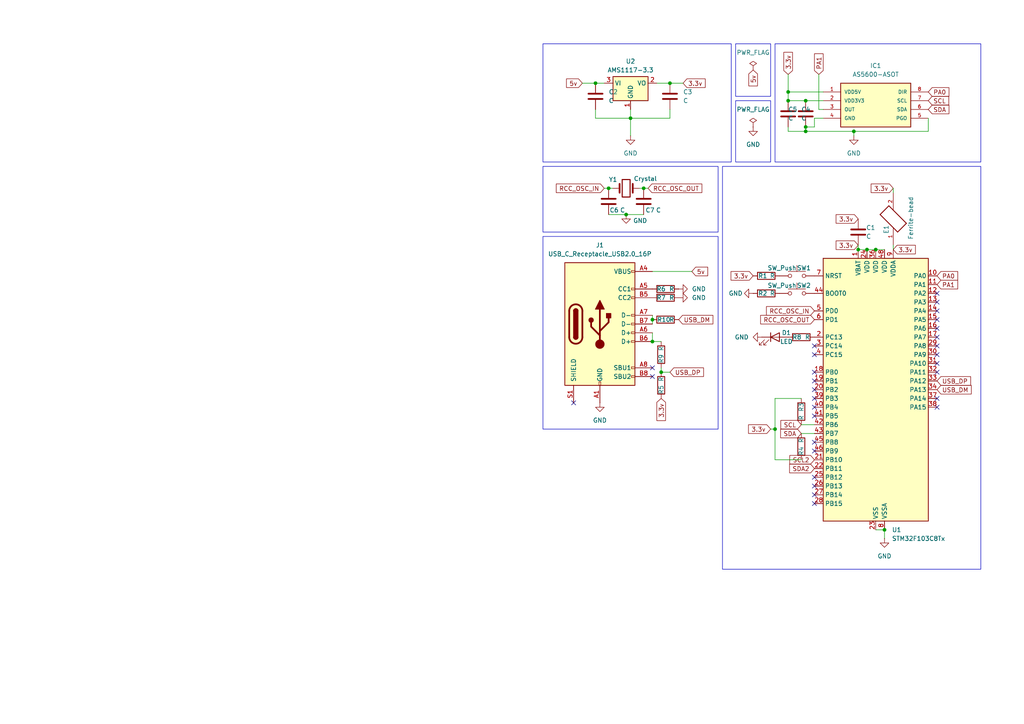
<source format=kicad_sch>
(kicad_sch
	(version 20250114)
	(generator "eeschema")
	(generator_version "9.0")
	(uuid "83d12a69-2b49-4775-8d08-fb4d2b14f8c1")
	(paper "A4")
	(lib_symbols
		(symbol "0603_ferrite_chip:LI0603G121R-10"
			(pin_names
				(offset 1.016)
			)
			(exclude_from_sim no)
			(in_bom yes)
			(on_board yes)
			(property "Reference" "E"
				(at -7.6244 5.0815 0)
				(effects
					(font
						(size 1.27 1.27)
					)
					(justify left bottom)
				)
			)
			(property "Value" "LI0603G121R-10"
				(at -7.63 -7.6266 0)
				(effects
					(font
						(size 1.27 1.27)
					)
					(justify left bottom)
				)
			)
			(property "Footprint" "LI0603G121R-10:FB_LI0603G121R-10"
				(at 0 0 0)
				(effects
					(font
						(size 1.27 1.27)
					)
					(justify bottom)
					(hide yes)
				)
			)
			(property "Datasheet" ""
				(at 0 0 0)
				(effects
					(font
						(size 1.27 1.27)
					)
					(hide yes)
				)
			)
			(property "Description" ""
				(at 0 0 0)
				(effects
					(font
						(size 1.27 1.27)
					)
					(hide yes)
				)
			)
			(property "MF" "Laird"
				(at 0 0 0)
				(effects
					(font
						(size 1.27 1.27)
					)
					(justify bottom)
					(hide yes)
				)
			)
			(property "MAXIMUM_PACKAGE_HEIGHT" "0.95 mm"
				(at 0 0 0)
				(effects
					(font
						(size 1.27 1.27)
					)
					(justify bottom)
					(hide yes)
				)
			)
			(property "Package" "0603 Laird"
				(at 0 0 0)
				(effects
					(font
						(size 1.27 1.27)
					)
					(justify bottom)
					(hide yes)
				)
			)
			(property "Price" "None"
				(at 0 0 0)
				(effects
					(font
						(size 1.27 1.27)
					)
					(justify bottom)
					(hide yes)
				)
			)
			(property "Check_prices" "https://www.snapeda.com/parts/LI0603G121R-10/Laird/view-part/?ref=eda"
				(at 0 0 0)
				(effects
					(font
						(size 1.27 1.27)
					)
					(justify bottom)
					(hide yes)
				)
			)
			(property "STANDARD" "Manufacturer Recommendations"
				(at 0 0 0)
				(effects
					(font
						(size 1.27 1.27)
					)
					(justify bottom)
					(hide yes)
				)
			)
			(property "PARTREV" "C"
				(at 0 0 0)
				(effects
					(font
						(size 1.27 1.27)
					)
					(justify bottom)
					(hide yes)
				)
			)
			(property "SnapEDA_Link" "https://www.snapeda.com/parts/LI0603G121R-10/Laird/view-part/?ref=snap"
				(at 0 0 0)
				(effects
					(font
						(size 1.27 1.27)
					)
					(justify bottom)
					(hide yes)
				)
			)
			(property "MP" "LI0603G121R-10"
				(at 0 0 0)
				(effects
					(font
						(size 1.27 1.27)
					)
					(justify bottom)
					(hide yes)
				)
			)
			(property "Description_1" "EMI Ferrite Chip Bead, 0603, 700MA, 120 Ohms @100MHz, DCR Max 0.20Ohm | Laird Performance Materials LI0603G121R-10"
				(at 0 0 0)
				(effects
					(font
						(size 1.27 1.27)
					)
					(justify bottom)
					(hide yes)
				)
			)
			(property "Availability" "In Stock"
				(at 0 0 0)
				(effects
					(font
						(size 1.27 1.27)
					)
					(justify bottom)
					(hide yes)
				)
			)
			(property "MANUFACTURER" "Laird"
				(at 0 0 0)
				(effects
					(font
						(size 1.27 1.27)
					)
					(justify bottom)
					(hide yes)
				)
			)
			(symbol "LI0603G121R-10_0_0"
				(polyline
					(pts
						(xy -3.81 -1.27) (xy -1.27 -3.81)
					)
					(stroke
						(width 0.254)
						(type default)
					)
					(fill
						(type none)
					)
				)
				(polyline
					(pts
						(xy -1.27 -3.81) (xy 3.81 1.27)
					)
					(stroke
						(width 0.254)
						(type default)
					)
					(fill
						(type none)
					)
				)
				(polyline
					(pts
						(xy 1.27 3.81) (xy -3.81 -1.27)
					)
					(stroke
						(width 0.254)
						(type default)
					)
					(fill
						(type none)
					)
				)
				(polyline
					(pts
						(xy 3.81 1.27) (xy 1.27 3.81)
					)
					(stroke
						(width 0.254)
						(type default)
					)
					(fill
						(type none)
					)
				)
				(pin passive line
					(at -7.62 0 0)
					(length 5.08)
					(name "~"
						(effects
							(font
								(size 1.016 1.016)
							)
						)
					)
					(number "1"
						(effects
							(font
								(size 1.016 1.016)
							)
						)
					)
				)
				(pin passive line
					(at 7.62 0 180)
					(length 5.08)
					(name "~"
						(effects
							(font
								(size 1.016 1.016)
							)
						)
					)
					(number "2"
						(effects
							(font
								(size 1.016 1.016)
							)
						)
					)
				)
			)
			(embedded_fonts no)
		)
		(symbol "AS5600-ASOT:AS5600-ASOT"
			(pin_names
				(offset 1.016)
			)
			(exclude_from_sim no)
			(in_bom yes)
			(on_board yes)
			(property "Reference" "IC"
				(at 6.35 5.08 0)
				(effects
					(font
						(size 1.27 1.27)
					)
					(justify left)
				)
			)
			(property "Value" "AS5600-ASOT"
				(at 6.35 -12.7 0)
				(effects
					(font
						(size 1.27 1.27)
					)
					(justify left)
				)
			)
			(property "Footprint" "AS5600-ASOT:SOIC127P600X175-8N"
				(at 0 0 0)
				(effects
					(font
						(size 1.27 1.27)
					)
					(justify bottom)
					(hide yes)
				)
			)
			(property "Datasheet" ""
				(at 0 0 0)
				(effects
					(font
						(size 1.27 1.27)
					)
					(hide yes)
				)
			)
			(property "Description" "Board Mount Hall Effect / Magnetic Sensors AS5600 Magnetic Sensor 12-Bit"
				(at 0 0 0)
				(effects
					(font
						(size 1.27 1.27)
					)
					(justify bottom)
					(hide yes)
				)
			)
			(property "MANUFACTURER_NAME" "ams"
				(at 0 0 0)
				(effects
					(font
						(size 1.27 1.27)
					)
					(justify bottom)
					(hide yes)
				)
			)
			(property "MF" "ams"
				(at 0 0 0)
				(effects
					(font
						(size 1.27 1.27)
					)
					(justify bottom)
					(hide yes)
				)
			)
			(property "MOUSER_PRICE-STOCK" "https://www.mouser.co.uk/ProductDetail/ams/AS5600-ASOT?qs=KTMMzrZdriGJpjhsnAEYBA%3D%3D"
				(at 0 0 0)
				(effects
					(font
						(size 1.27 1.27)
					)
					(justify bottom)
					(hide yes)
				)
			)
			(property "MOUSER_PART_NUMBER" "985-AS5600-ASOT"
				(at 0 0 0)
				(effects
					(font
						(size 1.27 1.27)
					)
					(justify bottom)
					(hide yes)
				)
			)
			(property "Price" "None"
				(at 0 0 0)
				(effects
					(font
						(size 1.27 1.27)
					)
					(justify bottom)
					(hide yes)
				)
			)
			(property "Package" "SOIC-8 ams"
				(at 0 0 0)
				(effects
					(font
						(size 1.27 1.27)
					)
					(justify bottom)
					(hide yes)
				)
			)
			(property "Check_prices" "https://www.snapeda.com/parts/AS5600-ASOT/ams/view-part/?ref=eda"
				(at 0 0 0)
				(effects
					(font
						(size 1.27 1.27)
					)
					(justify bottom)
					(hide yes)
				)
			)
			(property "HEIGHT" "1.75mm"
				(at 0 0 0)
				(effects
					(font
						(size 1.27 1.27)
					)
					(justify bottom)
					(hide yes)
				)
			)
			(property "MP" "AS5600-ASOT"
				(at 0 0 0)
				(effects
					(font
						(size 1.27 1.27)
					)
					(justify bottom)
					(hide yes)
				)
			)
			(property "SnapEDA_Link" "https://www.snapeda.com/parts/AS5600-ASOT/ams/view-part/?ref=snap"
				(at 0 0 0)
				(effects
					(font
						(size 1.27 1.27)
					)
					(justify bottom)
					(hide yes)
				)
			)
			(property "ARROW_PRICE-STOCK" "https://www.arrow.com/en/products/as5600-asot/ams-ag?region=nac"
				(at 0 0 0)
				(effects
					(font
						(size 1.27 1.27)
					)
					(justify bottom)
					(hide yes)
				)
			)
			(property "ARROW_PART_NUMBER" "AS5600-ASOT"
				(at 0 0 0)
				(effects
					(font
						(size 1.27 1.27)
					)
					(justify bottom)
					(hide yes)
				)
			)
			(property "Description_1" "Hall Effect Sensor Angle External Magnet, Not Included Gull Wing"
				(at 0 0 0)
				(effects
					(font
						(size 1.27 1.27)
					)
					(justify bottom)
					(hide yes)
				)
			)
			(property "Availability" "In Stock"
				(at 0 0 0)
				(effects
					(font
						(size 1.27 1.27)
					)
					(justify bottom)
					(hide yes)
				)
			)
			(property "MANUFACTURER_PART_NUMBER" "AS5600-ASOT"
				(at 0 0 0)
				(effects
					(font
						(size 1.27 1.27)
					)
					(justify bottom)
					(hide yes)
				)
			)
			(symbol "AS5600-ASOT_0_0"
				(rectangle
					(start 5.08 -10.16)
					(end 25.4 2.54)
					(stroke
						(width 0.254)
						(type default)
					)
					(fill
						(type background)
					)
				)
				(pin bidirectional line
					(at 0 0 0)
					(length 5.08)
					(name "VDD5V"
						(effects
							(font
								(size 1.016 1.016)
							)
						)
					)
					(number "1"
						(effects
							(font
								(size 1.016 1.016)
							)
						)
					)
				)
				(pin bidirectional line
					(at 0 -2.54 0)
					(length 5.08)
					(name "VDD3V3"
						(effects
							(font
								(size 1.016 1.016)
							)
						)
					)
					(number "2"
						(effects
							(font
								(size 1.016 1.016)
							)
						)
					)
				)
				(pin bidirectional line
					(at 0 -5.08 0)
					(length 5.08)
					(name "OUT"
						(effects
							(font
								(size 1.016 1.016)
							)
						)
					)
					(number "3"
						(effects
							(font
								(size 1.016 1.016)
							)
						)
					)
				)
				(pin bidirectional line
					(at 0 -7.62 0)
					(length 5.08)
					(name "GND"
						(effects
							(font
								(size 1.016 1.016)
							)
						)
					)
					(number "4"
						(effects
							(font
								(size 1.016 1.016)
							)
						)
					)
				)
				(pin bidirectional line
					(at 30.48 0 180)
					(length 5.08)
					(name "DIR"
						(effects
							(font
								(size 1.016 1.016)
							)
						)
					)
					(number "8"
						(effects
							(font
								(size 1.016 1.016)
							)
						)
					)
				)
				(pin bidirectional line
					(at 30.48 -2.54 180)
					(length 5.08)
					(name "SCL"
						(effects
							(font
								(size 1.016 1.016)
							)
						)
					)
					(number "7"
						(effects
							(font
								(size 1.016 1.016)
							)
						)
					)
				)
				(pin bidirectional line
					(at 30.48 -5.08 180)
					(length 5.08)
					(name "SDA"
						(effects
							(font
								(size 1.016 1.016)
							)
						)
					)
					(number "6"
						(effects
							(font
								(size 1.016 1.016)
							)
						)
					)
				)
				(pin bidirectional line
					(at 30.48 -7.62 180)
					(length 5.08)
					(name "PGO"
						(effects
							(font
								(size 1.016 1.016)
							)
						)
					)
					(number "5"
						(effects
							(font
								(size 1.016 1.016)
							)
						)
					)
				)
			)
			(embedded_fonts no)
		)
		(symbol "Connector:USB_C_Receptacle_USB2.0_16P"
			(pin_names
				(offset 1.016)
			)
			(exclude_from_sim no)
			(in_bom yes)
			(on_board yes)
			(property "Reference" "J"
				(at 0 22.225 0)
				(effects
					(font
						(size 1.27 1.27)
					)
				)
			)
			(property "Value" "USB_C_Receptacle_USB2.0_16P"
				(at 0 19.685 0)
				(effects
					(font
						(size 1.27 1.27)
					)
				)
			)
			(property "Footprint" ""
				(at 3.81 0 0)
				(effects
					(font
						(size 1.27 1.27)
					)
					(hide yes)
				)
			)
			(property "Datasheet" "https://www.usb.org/sites/default/files/documents/usb_type-c.zip"
				(at 3.81 0 0)
				(effects
					(font
						(size 1.27 1.27)
					)
					(hide yes)
				)
			)
			(property "Description" "USB 2.0-only 16P Type-C Receptacle connector"
				(at 0 0 0)
				(effects
					(font
						(size 1.27 1.27)
					)
					(hide yes)
				)
			)
			(property "ki_keywords" "usb universal serial bus type-C USB2.0"
				(at 0 0 0)
				(effects
					(font
						(size 1.27 1.27)
					)
					(hide yes)
				)
			)
			(property "ki_fp_filters" "USB*C*Receptacle*"
				(at 0 0 0)
				(effects
					(font
						(size 1.27 1.27)
					)
					(hide yes)
				)
			)
			(symbol "USB_C_Receptacle_USB2.0_16P_0_0"
				(rectangle
					(start -0.254 -17.78)
					(end 0.254 -16.764)
					(stroke
						(width 0)
						(type default)
					)
					(fill
						(type none)
					)
				)
				(rectangle
					(start 10.16 15.494)
					(end 9.144 14.986)
					(stroke
						(width 0)
						(type default)
					)
					(fill
						(type none)
					)
				)
				(rectangle
					(start 10.16 10.414)
					(end 9.144 9.906)
					(stroke
						(width 0)
						(type default)
					)
					(fill
						(type none)
					)
				)
				(rectangle
					(start 10.16 7.874)
					(end 9.144 7.366)
					(stroke
						(width 0)
						(type default)
					)
					(fill
						(type none)
					)
				)
				(rectangle
					(start 10.16 2.794)
					(end 9.144 2.286)
					(stroke
						(width 0)
						(type default)
					)
					(fill
						(type none)
					)
				)
				(rectangle
					(start 10.16 0.254)
					(end 9.144 -0.254)
					(stroke
						(width 0)
						(type default)
					)
					(fill
						(type none)
					)
				)
				(rectangle
					(start 10.16 -2.286)
					(end 9.144 -2.794)
					(stroke
						(width 0)
						(type default)
					)
					(fill
						(type none)
					)
				)
				(rectangle
					(start 10.16 -4.826)
					(end 9.144 -5.334)
					(stroke
						(width 0)
						(type default)
					)
					(fill
						(type none)
					)
				)
				(rectangle
					(start 10.16 -12.446)
					(end 9.144 -12.954)
					(stroke
						(width 0)
						(type default)
					)
					(fill
						(type none)
					)
				)
				(rectangle
					(start 10.16 -14.986)
					(end 9.144 -15.494)
					(stroke
						(width 0)
						(type default)
					)
					(fill
						(type none)
					)
				)
			)
			(symbol "USB_C_Receptacle_USB2.0_16P_0_1"
				(rectangle
					(start -10.16 17.78)
					(end 10.16 -17.78)
					(stroke
						(width 0.254)
						(type default)
					)
					(fill
						(type background)
					)
				)
				(polyline
					(pts
						(xy -8.89 -3.81) (xy -8.89 3.81)
					)
					(stroke
						(width 0.508)
						(type default)
					)
					(fill
						(type none)
					)
				)
				(rectangle
					(start -7.62 -3.81)
					(end -6.35 3.81)
					(stroke
						(width 0.254)
						(type default)
					)
					(fill
						(type outline)
					)
				)
				(arc
					(start -7.62 3.81)
					(mid -6.985 4.4423)
					(end -6.35 3.81)
					(stroke
						(width 0.254)
						(type default)
					)
					(fill
						(type none)
					)
				)
				(arc
					(start -7.62 3.81)
					(mid -6.985 4.4423)
					(end -6.35 3.81)
					(stroke
						(width 0.254)
						(type default)
					)
					(fill
						(type outline)
					)
				)
				(arc
					(start -8.89 3.81)
					(mid -6.985 5.7067)
					(end -5.08 3.81)
					(stroke
						(width 0.508)
						(type default)
					)
					(fill
						(type none)
					)
				)
				(arc
					(start -5.08 -3.81)
					(mid -6.985 -5.7067)
					(end -8.89 -3.81)
					(stroke
						(width 0.508)
						(type default)
					)
					(fill
						(type none)
					)
				)
				(arc
					(start -6.35 -3.81)
					(mid -6.985 -4.4423)
					(end -7.62 -3.81)
					(stroke
						(width 0.254)
						(type default)
					)
					(fill
						(type none)
					)
				)
				(arc
					(start -6.35 -3.81)
					(mid -6.985 -4.4423)
					(end -7.62 -3.81)
					(stroke
						(width 0.254)
						(type default)
					)
					(fill
						(type outline)
					)
				)
				(polyline
					(pts
						(xy -5.08 3.81) (xy -5.08 -3.81)
					)
					(stroke
						(width 0.508)
						(type default)
					)
					(fill
						(type none)
					)
				)
				(circle
					(center -2.54 1.143)
					(radius 0.635)
					(stroke
						(width 0.254)
						(type default)
					)
					(fill
						(type outline)
					)
				)
				(polyline
					(pts
						(xy -1.27 4.318) (xy 0 6.858) (xy 1.27 4.318) (xy -1.27 4.318)
					)
					(stroke
						(width 0.254)
						(type default)
					)
					(fill
						(type outline)
					)
				)
				(polyline
					(pts
						(xy 0 -2.032) (xy 2.54 0.508) (xy 2.54 1.778)
					)
					(stroke
						(width 0.508)
						(type default)
					)
					(fill
						(type none)
					)
				)
				(polyline
					(pts
						(xy 0 -3.302) (xy -2.54 -0.762) (xy -2.54 0.508)
					)
					(stroke
						(width 0.508)
						(type default)
					)
					(fill
						(type none)
					)
				)
				(polyline
					(pts
						(xy 0 -5.842) (xy 0 4.318)
					)
					(stroke
						(width 0.508)
						(type default)
					)
					(fill
						(type none)
					)
				)
				(circle
					(center 0 -5.842)
					(radius 1.27)
					(stroke
						(width 0)
						(type default)
					)
					(fill
						(type outline)
					)
				)
				(rectangle
					(start 1.905 1.778)
					(end 3.175 3.048)
					(stroke
						(width 0.254)
						(type default)
					)
					(fill
						(type outline)
					)
				)
			)
			(symbol "USB_C_Receptacle_USB2.0_16P_1_1"
				(pin passive line
					(at -7.62 -22.86 90)
					(length 5.08)
					(name "SHIELD"
						(effects
							(font
								(size 1.27 1.27)
							)
						)
					)
					(number "S1"
						(effects
							(font
								(size 1.27 1.27)
							)
						)
					)
				)
				(pin passive line
					(at 0 -22.86 90)
					(length 5.08)
					(name "GND"
						(effects
							(font
								(size 1.27 1.27)
							)
						)
					)
					(number "A1"
						(effects
							(font
								(size 1.27 1.27)
							)
						)
					)
				)
				(pin passive line
					(at 0 -22.86 90)
					(length 5.08)
					(hide yes)
					(name "GND"
						(effects
							(font
								(size 1.27 1.27)
							)
						)
					)
					(number "A12"
						(effects
							(font
								(size 1.27 1.27)
							)
						)
					)
				)
				(pin passive line
					(at 0 -22.86 90)
					(length 5.08)
					(hide yes)
					(name "GND"
						(effects
							(font
								(size 1.27 1.27)
							)
						)
					)
					(number "B1"
						(effects
							(font
								(size 1.27 1.27)
							)
						)
					)
				)
				(pin passive line
					(at 0 -22.86 90)
					(length 5.08)
					(hide yes)
					(name "GND"
						(effects
							(font
								(size 1.27 1.27)
							)
						)
					)
					(number "B12"
						(effects
							(font
								(size 1.27 1.27)
							)
						)
					)
				)
				(pin passive line
					(at 15.24 15.24 180)
					(length 5.08)
					(name "VBUS"
						(effects
							(font
								(size 1.27 1.27)
							)
						)
					)
					(number "A4"
						(effects
							(font
								(size 1.27 1.27)
							)
						)
					)
				)
				(pin passive line
					(at 15.24 15.24 180)
					(length 5.08)
					(hide yes)
					(name "VBUS"
						(effects
							(font
								(size 1.27 1.27)
							)
						)
					)
					(number "A9"
						(effects
							(font
								(size 1.27 1.27)
							)
						)
					)
				)
				(pin passive line
					(at 15.24 15.24 180)
					(length 5.08)
					(hide yes)
					(name "VBUS"
						(effects
							(font
								(size 1.27 1.27)
							)
						)
					)
					(number "B4"
						(effects
							(font
								(size 1.27 1.27)
							)
						)
					)
				)
				(pin passive line
					(at 15.24 15.24 180)
					(length 5.08)
					(hide yes)
					(name "VBUS"
						(effects
							(font
								(size 1.27 1.27)
							)
						)
					)
					(number "B9"
						(effects
							(font
								(size 1.27 1.27)
							)
						)
					)
				)
				(pin bidirectional line
					(at 15.24 10.16 180)
					(length 5.08)
					(name "CC1"
						(effects
							(font
								(size 1.27 1.27)
							)
						)
					)
					(number "A5"
						(effects
							(font
								(size 1.27 1.27)
							)
						)
					)
				)
				(pin bidirectional line
					(at 15.24 7.62 180)
					(length 5.08)
					(name "CC2"
						(effects
							(font
								(size 1.27 1.27)
							)
						)
					)
					(number "B5"
						(effects
							(font
								(size 1.27 1.27)
							)
						)
					)
				)
				(pin bidirectional line
					(at 15.24 2.54 180)
					(length 5.08)
					(name "D-"
						(effects
							(font
								(size 1.27 1.27)
							)
						)
					)
					(number "A7"
						(effects
							(font
								(size 1.27 1.27)
							)
						)
					)
				)
				(pin bidirectional line
					(at 15.24 0 180)
					(length 5.08)
					(name "D-"
						(effects
							(font
								(size 1.27 1.27)
							)
						)
					)
					(number "B7"
						(effects
							(font
								(size 1.27 1.27)
							)
						)
					)
				)
				(pin bidirectional line
					(at 15.24 -2.54 180)
					(length 5.08)
					(name "D+"
						(effects
							(font
								(size 1.27 1.27)
							)
						)
					)
					(number "A6"
						(effects
							(font
								(size 1.27 1.27)
							)
						)
					)
				)
				(pin bidirectional line
					(at 15.24 -5.08 180)
					(length 5.08)
					(name "D+"
						(effects
							(font
								(size 1.27 1.27)
							)
						)
					)
					(number "B6"
						(effects
							(font
								(size 1.27 1.27)
							)
						)
					)
				)
				(pin bidirectional line
					(at 15.24 -12.7 180)
					(length 5.08)
					(name "SBU1"
						(effects
							(font
								(size 1.27 1.27)
							)
						)
					)
					(number "A8"
						(effects
							(font
								(size 1.27 1.27)
							)
						)
					)
				)
				(pin bidirectional line
					(at 15.24 -15.24 180)
					(length 5.08)
					(name "SBU2"
						(effects
							(font
								(size 1.27 1.27)
							)
						)
					)
					(number "B8"
						(effects
							(font
								(size 1.27 1.27)
							)
						)
					)
				)
			)
			(embedded_fonts no)
		)
		(symbol "Device:C"
			(pin_numbers
				(hide yes)
			)
			(pin_names
				(offset 0.254)
			)
			(exclude_from_sim no)
			(in_bom yes)
			(on_board yes)
			(property "Reference" "C"
				(at 0.635 2.54 0)
				(effects
					(font
						(size 1.27 1.27)
					)
					(justify left)
				)
			)
			(property "Value" "C"
				(at 0.635 -2.54 0)
				(effects
					(font
						(size 1.27 1.27)
					)
					(justify left)
				)
			)
			(property "Footprint" ""
				(at 0.9652 -3.81 0)
				(effects
					(font
						(size 1.27 1.27)
					)
					(hide yes)
				)
			)
			(property "Datasheet" "~"
				(at 0 0 0)
				(effects
					(font
						(size 1.27 1.27)
					)
					(hide yes)
				)
			)
			(property "Description" "Unpolarized capacitor"
				(at 0 0 0)
				(effects
					(font
						(size 1.27 1.27)
					)
					(hide yes)
				)
			)
			(property "ki_keywords" "cap capacitor"
				(at 0 0 0)
				(effects
					(font
						(size 1.27 1.27)
					)
					(hide yes)
				)
			)
			(property "ki_fp_filters" "C_*"
				(at 0 0 0)
				(effects
					(font
						(size 1.27 1.27)
					)
					(hide yes)
				)
			)
			(symbol "C_0_1"
				(polyline
					(pts
						(xy -2.032 0.762) (xy 2.032 0.762)
					)
					(stroke
						(width 0.508)
						(type default)
					)
					(fill
						(type none)
					)
				)
				(polyline
					(pts
						(xy -2.032 -0.762) (xy 2.032 -0.762)
					)
					(stroke
						(width 0.508)
						(type default)
					)
					(fill
						(type none)
					)
				)
			)
			(symbol "C_1_1"
				(pin passive line
					(at 0 3.81 270)
					(length 2.794)
					(name "~"
						(effects
							(font
								(size 1.27 1.27)
							)
						)
					)
					(number "1"
						(effects
							(font
								(size 1.27 1.27)
							)
						)
					)
				)
				(pin passive line
					(at 0 -3.81 90)
					(length 2.794)
					(name "~"
						(effects
							(font
								(size 1.27 1.27)
							)
						)
					)
					(number "2"
						(effects
							(font
								(size 1.27 1.27)
							)
						)
					)
				)
			)
			(embedded_fonts no)
		)
		(symbol "Device:Crystal"
			(pin_numbers
				(hide yes)
			)
			(pin_names
				(offset 1.016)
				(hide yes)
			)
			(exclude_from_sim no)
			(in_bom yes)
			(on_board yes)
			(property "Reference" "Y"
				(at 0 3.81 0)
				(effects
					(font
						(size 1.27 1.27)
					)
				)
			)
			(property "Value" "Crystal"
				(at 0 -3.81 0)
				(effects
					(font
						(size 1.27 1.27)
					)
				)
			)
			(property "Footprint" ""
				(at 0 0 0)
				(effects
					(font
						(size 1.27 1.27)
					)
					(hide yes)
				)
			)
			(property "Datasheet" "~"
				(at 0 0 0)
				(effects
					(font
						(size 1.27 1.27)
					)
					(hide yes)
				)
			)
			(property "Description" "Two pin crystal"
				(at 0 0 0)
				(effects
					(font
						(size 1.27 1.27)
					)
					(hide yes)
				)
			)
			(property "ki_keywords" "quartz ceramic resonator oscillator"
				(at 0 0 0)
				(effects
					(font
						(size 1.27 1.27)
					)
					(hide yes)
				)
			)
			(property "ki_fp_filters" "Crystal*"
				(at 0 0 0)
				(effects
					(font
						(size 1.27 1.27)
					)
					(hide yes)
				)
			)
			(symbol "Crystal_0_1"
				(polyline
					(pts
						(xy -2.54 0) (xy -1.905 0)
					)
					(stroke
						(width 0)
						(type default)
					)
					(fill
						(type none)
					)
				)
				(polyline
					(pts
						(xy -1.905 -1.27) (xy -1.905 1.27)
					)
					(stroke
						(width 0.508)
						(type default)
					)
					(fill
						(type none)
					)
				)
				(rectangle
					(start -1.143 2.54)
					(end 1.143 -2.54)
					(stroke
						(width 0.3048)
						(type default)
					)
					(fill
						(type none)
					)
				)
				(polyline
					(pts
						(xy 1.905 -1.27) (xy 1.905 1.27)
					)
					(stroke
						(width 0.508)
						(type default)
					)
					(fill
						(type none)
					)
				)
				(polyline
					(pts
						(xy 2.54 0) (xy 1.905 0)
					)
					(stroke
						(width 0)
						(type default)
					)
					(fill
						(type none)
					)
				)
			)
			(symbol "Crystal_1_1"
				(pin passive line
					(at -3.81 0 0)
					(length 1.27)
					(name "1"
						(effects
							(font
								(size 1.27 1.27)
							)
						)
					)
					(number "1"
						(effects
							(font
								(size 1.27 1.27)
							)
						)
					)
				)
				(pin passive line
					(at 3.81 0 180)
					(length 1.27)
					(name "2"
						(effects
							(font
								(size 1.27 1.27)
							)
						)
					)
					(number "2"
						(effects
							(font
								(size 1.27 1.27)
							)
						)
					)
				)
			)
			(embedded_fonts no)
		)
		(symbol "Device:LED"
			(pin_numbers
				(hide yes)
			)
			(pin_names
				(offset 1.016)
				(hide yes)
			)
			(exclude_from_sim no)
			(in_bom yes)
			(on_board yes)
			(property "Reference" "D"
				(at 0 2.54 0)
				(effects
					(font
						(size 1.27 1.27)
					)
				)
			)
			(property "Value" "LED"
				(at 0 -2.54 0)
				(effects
					(font
						(size 1.27 1.27)
					)
				)
			)
			(property "Footprint" ""
				(at 0 0 0)
				(effects
					(font
						(size 1.27 1.27)
					)
					(hide yes)
				)
			)
			(property "Datasheet" "~"
				(at 0 0 0)
				(effects
					(font
						(size 1.27 1.27)
					)
					(hide yes)
				)
			)
			(property "Description" "Light emitting diode"
				(at 0 0 0)
				(effects
					(font
						(size 1.27 1.27)
					)
					(hide yes)
				)
			)
			(property "Sim.Pins" "1=K 2=A"
				(at 0 0 0)
				(effects
					(font
						(size 1.27 1.27)
					)
					(hide yes)
				)
			)
			(property "ki_keywords" "LED diode"
				(at 0 0 0)
				(effects
					(font
						(size 1.27 1.27)
					)
					(hide yes)
				)
			)
			(property "ki_fp_filters" "LED* LED_SMD:* LED_THT:*"
				(at 0 0 0)
				(effects
					(font
						(size 1.27 1.27)
					)
					(hide yes)
				)
			)
			(symbol "LED_0_1"
				(polyline
					(pts
						(xy -3.048 -0.762) (xy -4.572 -2.286) (xy -3.81 -2.286) (xy -4.572 -2.286) (xy -4.572 -1.524)
					)
					(stroke
						(width 0)
						(type default)
					)
					(fill
						(type none)
					)
				)
				(polyline
					(pts
						(xy -1.778 -0.762) (xy -3.302 -2.286) (xy -2.54 -2.286) (xy -3.302 -2.286) (xy -3.302 -1.524)
					)
					(stroke
						(width 0)
						(type default)
					)
					(fill
						(type none)
					)
				)
				(polyline
					(pts
						(xy -1.27 0) (xy 1.27 0)
					)
					(stroke
						(width 0)
						(type default)
					)
					(fill
						(type none)
					)
				)
				(polyline
					(pts
						(xy -1.27 -1.27) (xy -1.27 1.27)
					)
					(stroke
						(width 0.254)
						(type default)
					)
					(fill
						(type none)
					)
				)
				(polyline
					(pts
						(xy 1.27 -1.27) (xy 1.27 1.27) (xy -1.27 0) (xy 1.27 -1.27)
					)
					(stroke
						(width 0.254)
						(type default)
					)
					(fill
						(type none)
					)
				)
			)
			(symbol "LED_1_1"
				(pin passive line
					(at -3.81 0 0)
					(length 2.54)
					(name "K"
						(effects
							(font
								(size 1.27 1.27)
							)
						)
					)
					(number "1"
						(effects
							(font
								(size 1.27 1.27)
							)
						)
					)
				)
				(pin passive line
					(at 3.81 0 180)
					(length 2.54)
					(name "A"
						(effects
							(font
								(size 1.27 1.27)
							)
						)
					)
					(number "2"
						(effects
							(font
								(size 1.27 1.27)
							)
						)
					)
				)
			)
			(embedded_fonts no)
		)
		(symbol "Device:R"
			(pin_numbers
				(hide yes)
			)
			(pin_names
				(offset 0)
			)
			(exclude_from_sim no)
			(in_bom yes)
			(on_board yes)
			(property "Reference" "R"
				(at 2.032 0 90)
				(effects
					(font
						(size 1.27 1.27)
					)
				)
			)
			(property "Value" "R"
				(at 0 0 90)
				(effects
					(font
						(size 1.27 1.27)
					)
				)
			)
			(property "Footprint" ""
				(at -1.778 0 90)
				(effects
					(font
						(size 1.27 1.27)
					)
					(hide yes)
				)
			)
			(property "Datasheet" "~"
				(at 0 0 0)
				(effects
					(font
						(size 1.27 1.27)
					)
					(hide yes)
				)
			)
			(property "Description" "Resistor"
				(at 0 0 0)
				(effects
					(font
						(size 1.27 1.27)
					)
					(hide yes)
				)
			)
			(property "ki_keywords" "R res resistor"
				(at 0 0 0)
				(effects
					(font
						(size 1.27 1.27)
					)
					(hide yes)
				)
			)
			(property "ki_fp_filters" "R_*"
				(at 0 0 0)
				(effects
					(font
						(size 1.27 1.27)
					)
					(hide yes)
				)
			)
			(symbol "R_0_1"
				(rectangle
					(start -1.016 -2.54)
					(end 1.016 2.54)
					(stroke
						(width 0.254)
						(type default)
					)
					(fill
						(type none)
					)
				)
			)
			(symbol "R_1_1"
				(pin passive line
					(at 0 3.81 270)
					(length 1.27)
					(name "~"
						(effects
							(font
								(size 1.27 1.27)
							)
						)
					)
					(number "1"
						(effects
							(font
								(size 1.27 1.27)
							)
						)
					)
				)
				(pin passive line
					(at 0 -3.81 90)
					(length 1.27)
					(name "~"
						(effects
							(font
								(size 1.27 1.27)
							)
						)
					)
					(number "2"
						(effects
							(font
								(size 1.27 1.27)
							)
						)
					)
				)
			)
			(embedded_fonts no)
		)
		(symbol "MCU_ST_STM32F1:STM32F103C8Tx"
			(exclude_from_sim no)
			(in_bom yes)
			(on_board yes)
			(property "Reference" "U"
				(at -15.24 39.37 0)
				(effects
					(font
						(size 1.27 1.27)
					)
					(justify left)
				)
			)
			(property "Value" "STM32F103C8Tx"
				(at 7.62 39.37 0)
				(effects
					(font
						(size 1.27 1.27)
					)
					(justify left)
				)
			)
			(property "Footprint" "Package_QFP:LQFP-48_7x7mm_P0.5mm"
				(at -15.24 -38.1 0)
				(effects
					(font
						(size 1.27 1.27)
					)
					(justify right)
					(hide yes)
				)
			)
			(property "Datasheet" "https://www.st.com/resource/en/datasheet/stm32f103c8.pdf"
				(at 0 0 0)
				(effects
					(font
						(size 1.27 1.27)
					)
					(hide yes)
				)
			)
			(property "Description" "STMicroelectronics Arm Cortex-M3 MCU, 64KB flash, 20KB RAM, 72 MHz, 2.0-3.6V, 37 GPIO, LQFP48"
				(at 0 0 0)
				(effects
					(font
						(size 1.27 1.27)
					)
					(hide yes)
				)
			)
			(property "ki_keywords" "Arm Cortex-M3 STM32F1 STM32F103"
				(at 0 0 0)
				(effects
					(font
						(size 1.27 1.27)
					)
					(hide yes)
				)
			)
			(property "ki_fp_filters" "LQFP*7x7mm*P0.5mm*"
				(at 0 0 0)
				(effects
					(font
						(size 1.27 1.27)
					)
					(hide yes)
				)
			)
			(symbol "STM32F103C8Tx_0_1"
				(rectangle
					(start -15.24 -38.1)
					(end 15.24 38.1)
					(stroke
						(width 0.254)
						(type default)
					)
					(fill
						(type background)
					)
				)
			)
			(symbol "STM32F103C8Tx_1_1"
				(pin input line
					(at -17.78 33.02 0)
					(length 2.54)
					(name "NRST"
						(effects
							(font
								(size 1.27 1.27)
							)
						)
					)
					(number "7"
						(effects
							(font
								(size 1.27 1.27)
							)
						)
					)
				)
				(pin input line
					(at -17.78 27.94 0)
					(length 2.54)
					(name "BOOT0"
						(effects
							(font
								(size 1.27 1.27)
							)
						)
					)
					(number "44"
						(effects
							(font
								(size 1.27 1.27)
							)
						)
					)
				)
				(pin bidirectional line
					(at -17.78 22.86 0)
					(length 2.54)
					(name "PD0"
						(effects
							(font
								(size 1.27 1.27)
							)
						)
					)
					(number "5"
						(effects
							(font
								(size 1.27 1.27)
							)
						)
					)
					(alternate "RCC_OSC_IN" bidirectional line)
				)
				(pin bidirectional line
					(at -17.78 20.32 0)
					(length 2.54)
					(name "PD1"
						(effects
							(font
								(size 1.27 1.27)
							)
						)
					)
					(number "6"
						(effects
							(font
								(size 1.27 1.27)
							)
						)
					)
					(alternate "RCC_OSC_OUT" bidirectional line)
				)
				(pin bidirectional line
					(at -17.78 15.24 0)
					(length 2.54)
					(name "PC13"
						(effects
							(font
								(size 1.27 1.27)
							)
						)
					)
					(number "2"
						(effects
							(font
								(size 1.27 1.27)
							)
						)
					)
					(alternate "RTC_OUT" bidirectional line)
					(alternate "RTC_TAMPER" bidirectional line)
				)
				(pin bidirectional line
					(at -17.78 12.7 0)
					(length 2.54)
					(name "PC14"
						(effects
							(font
								(size 1.27 1.27)
							)
						)
					)
					(number "3"
						(effects
							(font
								(size 1.27 1.27)
							)
						)
					)
					(alternate "RCC_OSC32_IN" bidirectional line)
				)
				(pin bidirectional line
					(at -17.78 10.16 0)
					(length 2.54)
					(name "PC15"
						(effects
							(font
								(size 1.27 1.27)
							)
						)
					)
					(number "4"
						(effects
							(font
								(size 1.27 1.27)
							)
						)
					)
					(alternate "ADC1_EXTI15" bidirectional line)
					(alternate "ADC2_EXTI15" bidirectional line)
					(alternate "RCC_OSC32_OUT" bidirectional line)
				)
				(pin bidirectional line
					(at -17.78 5.08 0)
					(length 2.54)
					(name "PB0"
						(effects
							(font
								(size 1.27 1.27)
							)
						)
					)
					(number "18"
						(effects
							(font
								(size 1.27 1.27)
							)
						)
					)
					(alternate "ADC1_IN8" bidirectional line)
					(alternate "ADC2_IN8" bidirectional line)
					(alternate "TIM1_CH2N" bidirectional line)
					(alternate "TIM3_CH3" bidirectional line)
				)
				(pin bidirectional line
					(at -17.78 2.54 0)
					(length 2.54)
					(name "PB1"
						(effects
							(font
								(size 1.27 1.27)
							)
						)
					)
					(number "19"
						(effects
							(font
								(size 1.27 1.27)
							)
						)
					)
					(alternate "ADC1_IN9" bidirectional line)
					(alternate "ADC2_IN9" bidirectional line)
					(alternate "TIM1_CH3N" bidirectional line)
					(alternate "TIM3_CH4" bidirectional line)
				)
				(pin bidirectional line
					(at -17.78 0 0)
					(length 2.54)
					(name "PB2"
						(effects
							(font
								(size 1.27 1.27)
							)
						)
					)
					(number "20"
						(effects
							(font
								(size 1.27 1.27)
							)
						)
					)
				)
				(pin bidirectional line
					(at -17.78 -2.54 0)
					(length 2.54)
					(name "PB3"
						(effects
							(font
								(size 1.27 1.27)
							)
						)
					)
					(number "39"
						(effects
							(font
								(size 1.27 1.27)
							)
						)
					)
					(alternate "SPI1_SCK" bidirectional line)
					(alternate "SYS_JTDO-TRACESWO" bidirectional line)
					(alternate "TIM2_CH2" bidirectional line)
				)
				(pin bidirectional line
					(at -17.78 -5.08 0)
					(length 2.54)
					(name "PB4"
						(effects
							(font
								(size 1.27 1.27)
							)
						)
					)
					(number "40"
						(effects
							(font
								(size 1.27 1.27)
							)
						)
					)
					(alternate "SPI1_MISO" bidirectional line)
					(alternate "SYS_NJTRST" bidirectional line)
					(alternate "TIM3_CH1" bidirectional line)
				)
				(pin bidirectional line
					(at -17.78 -7.62 0)
					(length 2.54)
					(name "PB5"
						(effects
							(font
								(size 1.27 1.27)
							)
						)
					)
					(number "41"
						(effects
							(font
								(size 1.27 1.27)
							)
						)
					)
					(alternate "I2C1_SMBA" bidirectional line)
					(alternate "SPI1_MOSI" bidirectional line)
					(alternate "TIM3_CH2" bidirectional line)
				)
				(pin bidirectional line
					(at -17.78 -10.16 0)
					(length 2.54)
					(name "PB6"
						(effects
							(font
								(size 1.27 1.27)
							)
						)
					)
					(number "42"
						(effects
							(font
								(size 1.27 1.27)
							)
						)
					)
					(alternate "I2C1_SCL" bidirectional line)
					(alternate "TIM4_CH1" bidirectional line)
					(alternate "USART1_TX" bidirectional line)
				)
				(pin bidirectional line
					(at -17.78 -12.7 0)
					(length 2.54)
					(name "PB7"
						(effects
							(font
								(size 1.27 1.27)
							)
						)
					)
					(number "43"
						(effects
							(font
								(size 1.27 1.27)
							)
						)
					)
					(alternate "I2C1_SDA" bidirectional line)
					(alternate "TIM4_CH2" bidirectional line)
					(alternate "USART1_RX" bidirectional line)
				)
				(pin bidirectional line
					(at -17.78 -15.24 0)
					(length 2.54)
					(name "PB8"
						(effects
							(font
								(size 1.27 1.27)
							)
						)
					)
					(number "45"
						(effects
							(font
								(size 1.27 1.27)
							)
						)
					)
					(alternate "CAN_RX" bidirectional line)
					(alternate "I2C1_SCL" bidirectional line)
					(alternate "TIM4_CH3" bidirectional line)
				)
				(pin bidirectional line
					(at -17.78 -17.78 0)
					(length 2.54)
					(name "PB9"
						(effects
							(font
								(size 1.27 1.27)
							)
						)
					)
					(number "46"
						(effects
							(font
								(size 1.27 1.27)
							)
						)
					)
					(alternate "CAN_TX" bidirectional line)
					(alternate "I2C1_SDA" bidirectional line)
					(alternate "TIM4_CH4" bidirectional line)
				)
				(pin bidirectional line
					(at -17.78 -20.32 0)
					(length 2.54)
					(name "PB10"
						(effects
							(font
								(size 1.27 1.27)
							)
						)
					)
					(number "21"
						(effects
							(font
								(size 1.27 1.27)
							)
						)
					)
					(alternate "I2C2_SCL" bidirectional line)
					(alternate "TIM2_CH3" bidirectional line)
					(alternate "USART3_TX" bidirectional line)
				)
				(pin bidirectional line
					(at -17.78 -22.86 0)
					(length 2.54)
					(name "PB11"
						(effects
							(font
								(size 1.27 1.27)
							)
						)
					)
					(number "22"
						(effects
							(font
								(size 1.27 1.27)
							)
						)
					)
					(alternate "ADC1_EXTI11" bidirectional line)
					(alternate "ADC2_EXTI11" bidirectional line)
					(alternate "I2C2_SDA" bidirectional line)
					(alternate "TIM2_CH4" bidirectional line)
					(alternate "USART3_RX" bidirectional line)
				)
				(pin bidirectional line
					(at -17.78 -25.4 0)
					(length 2.54)
					(name "PB12"
						(effects
							(font
								(size 1.27 1.27)
							)
						)
					)
					(number "25"
						(effects
							(font
								(size 1.27 1.27)
							)
						)
					)
					(alternate "I2C2_SMBA" bidirectional line)
					(alternate "SPI2_NSS" bidirectional line)
					(alternate "TIM1_BKIN" bidirectional line)
					(alternate "USART3_CK" bidirectional line)
				)
				(pin bidirectional line
					(at -17.78 -27.94 0)
					(length 2.54)
					(name "PB13"
						(effects
							(font
								(size 1.27 1.27)
							)
						)
					)
					(number "26"
						(effects
							(font
								(size 1.27 1.27)
							)
						)
					)
					(alternate "SPI2_SCK" bidirectional line)
					(alternate "TIM1_CH1N" bidirectional line)
					(alternate "USART3_CTS" bidirectional line)
				)
				(pin bidirectional line
					(at -17.78 -30.48 0)
					(length 2.54)
					(name "PB14"
						(effects
							(font
								(size 1.27 1.27)
							)
						)
					)
					(number "27"
						(effects
							(font
								(size 1.27 1.27)
							)
						)
					)
					(alternate "SPI2_MISO" bidirectional line)
					(alternate "TIM1_CH2N" bidirectional line)
					(alternate "USART3_RTS" bidirectional line)
				)
				(pin bidirectional line
					(at -17.78 -33.02 0)
					(length 2.54)
					(name "PB15"
						(effects
							(font
								(size 1.27 1.27)
							)
						)
					)
					(number "28"
						(effects
							(font
								(size 1.27 1.27)
							)
						)
					)
					(alternate "ADC1_EXTI15" bidirectional line)
					(alternate "ADC2_EXTI15" bidirectional line)
					(alternate "SPI2_MOSI" bidirectional line)
					(alternate "TIM1_CH3N" bidirectional line)
				)
				(pin power_in line
					(at -5.08 40.64 270)
					(length 2.54)
					(name "VBAT"
						(effects
							(font
								(size 1.27 1.27)
							)
						)
					)
					(number "1"
						(effects
							(font
								(size 1.27 1.27)
							)
						)
					)
				)
				(pin power_in line
					(at -2.54 40.64 270)
					(length 2.54)
					(name "VDD"
						(effects
							(font
								(size 1.27 1.27)
							)
						)
					)
					(number "24"
						(effects
							(font
								(size 1.27 1.27)
							)
						)
					)
				)
				(pin power_in line
					(at 0 40.64 270)
					(length 2.54)
					(name "VDD"
						(effects
							(font
								(size 1.27 1.27)
							)
						)
					)
					(number "36"
						(effects
							(font
								(size 1.27 1.27)
							)
						)
					)
				)
				(pin power_in line
					(at 0 -40.64 90)
					(length 2.54)
					(name "VSS"
						(effects
							(font
								(size 1.27 1.27)
							)
						)
					)
					(number "23"
						(effects
							(font
								(size 1.27 1.27)
							)
						)
					)
				)
				(pin passive line
					(at 0 -40.64 90)
					(length 2.54)
					(hide yes)
					(name "VSS"
						(effects
							(font
								(size 1.27 1.27)
							)
						)
					)
					(number "35"
						(effects
							(font
								(size 1.27 1.27)
							)
						)
					)
				)
				(pin passive line
					(at 0 -40.64 90)
					(length 2.54)
					(hide yes)
					(name "VSS"
						(effects
							(font
								(size 1.27 1.27)
							)
						)
					)
					(number "47"
						(effects
							(font
								(size 1.27 1.27)
							)
						)
					)
				)
				(pin power_in line
					(at 2.54 40.64 270)
					(length 2.54)
					(name "VDD"
						(effects
							(font
								(size 1.27 1.27)
							)
						)
					)
					(number "48"
						(effects
							(font
								(size 1.27 1.27)
							)
						)
					)
				)
				(pin power_in line
					(at 2.54 -40.64 90)
					(length 2.54)
					(name "VSSA"
						(effects
							(font
								(size 1.27 1.27)
							)
						)
					)
					(number "8"
						(effects
							(font
								(size 1.27 1.27)
							)
						)
					)
				)
				(pin power_in line
					(at 5.08 40.64 270)
					(length 2.54)
					(name "VDDA"
						(effects
							(font
								(size 1.27 1.27)
							)
						)
					)
					(number "9"
						(effects
							(font
								(size 1.27 1.27)
							)
						)
					)
				)
				(pin bidirectional line
					(at 17.78 33.02 180)
					(length 2.54)
					(name "PA0"
						(effects
							(font
								(size 1.27 1.27)
							)
						)
					)
					(number "10"
						(effects
							(font
								(size 1.27 1.27)
							)
						)
					)
					(alternate "ADC1_IN0" bidirectional line)
					(alternate "ADC2_IN0" bidirectional line)
					(alternate "SYS_WKUP" bidirectional line)
					(alternate "TIM2_CH1" bidirectional line)
					(alternate "TIM2_ETR" bidirectional line)
					(alternate "USART2_CTS" bidirectional line)
				)
				(pin bidirectional line
					(at 17.78 30.48 180)
					(length 2.54)
					(name "PA1"
						(effects
							(font
								(size 1.27 1.27)
							)
						)
					)
					(number "11"
						(effects
							(font
								(size 1.27 1.27)
							)
						)
					)
					(alternate "ADC1_IN1" bidirectional line)
					(alternate "ADC2_IN1" bidirectional line)
					(alternate "TIM2_CH2" bidirectional line)
					(alternate "USART2_RTS" bidirectional line)
				)
				(pin bidirectional line
					(at 17.78 27.94 180)
					(length 2.54)
					(name "PA2"
						(effects
							(font
								(size 1.27 1.27)
							)
						)
					)
					(number "12"
						(effects
							(font
								(size 1.27 1.27)
							)
						)
					)
					(alternate "ADC1_IN2" bidirectional line)
					(alternate "ADC2_IN2" bidirectional line)
					(alternate "TIM2_CH3" bidirectional line)
					(alternate "USART2_TX" bidirectional line)
				)
				(pin bidirectional line
					(at 17.78 25.4 180)
					(length 2.54)
					(name "PA3"
						(effects
							(font
								(size 1.27 1.27)
							)
						)
					)
					(number "13"
						(effects
							(font
								(size 1.27 1.27)
							)
						)
					)
					(alternate "ADC1_IN3" bidirectional line)
					(alternate "ADC2_IN3" bidirectional line)
					(alternate "TIM2_CH4" bidirectional line)
					(alternate "USART2_RX" bidirectional line)
				)
				(pin bidirectional line
					(at 17.78 22.86 180)
					(length 2.54)
					(name "PA4"
						(effects
							(font
								(size 1.27 1.27)
							)
						)
					)
					(number "14"
						(effects
							(font
								(size 1.27 1.27)
							)
						)
					)
					(alternate "ADC1_IN4" bidirectional line)
					(alternate "ADC2_IN4" bidirectional line)
					(alternate "SPI1_NSS" bidirectional line)
					(alternate "USART2_CK" bidirectional line)
				)
				(pin bidirectional line
					(at 17.78 20.32 180)
					(length 2.54)
					(name "PA5"
						(effects
							(font
								(size 1.27 1.27)
							)
						)
					)
					(number "15"
						(effects
							(font
								(size 1.27 1.27)
							)
						)
					)
					(alternate "ADC1_IN5" bidirectional line)
					(alternate "ADC2_IN5" bidirectional line)
					(alternate "SPI1_SCK" bidirectional line)
				)
				(pin bidirectional line
					(at 17.78 17.78 180)
					(length 2.54)
					(name "PA6"
						(effects
							(font
								(size 1.27 1.27)
							)
						)
					)
					(number "16"
						(effects
							(font
								(size 1.27 1.27)
							)
						)
					)
					(alternate "ADC1_IN6" bidirectional line)
					(alternate "ADC2_IN6" bidirectional line)
					(alternate "SPI1_MISO" bidirectional line)
					(alternate "TIM1_BKIN" bidirectional line)
					(alternate "TIM3_CH1" bidirectional line)
				)
				(pin bidirectional line
					(at 17.78 15.24 180)
					(length 2.54)
					(name "PA7"
						(effects
							(font
								(size 1.27 1.27)
							)
						)
					)
					(number "17"
						(effects
							(font
								(size 1.27 1.27)
							)
						)
					)
					(alternate "ADC1_IN7" bidirectional line)
					(alternate "ADC2_IN7" bidirectional line)
					(alternate "SPI1_MOSI" bidirectional line)
					(alternate "TIM1_CH1N" bidirectional line)
					(alternate "TIM3_CH2" bidirectional line)
				)
				(pin bidirectional line
					(at 17.78 12.7 180)
					(length 2.54)
					(name "PA8"
						(effects
							(font
								(size 1.27 1.27)
							)
						)
					)
					(number "29"
						(effects
							(font
								(size 1.27 1.27)
							)
						)
					)
					(alternate "RCC_MCO" bidirectional line)
					(alternate "TIM1_CH1" bidirectional line)
					(alternate "USART1_CK" bidirectional line)
				)
				(pin bidirectional line
					(at 17.78 10.16 180)
					(length 2.54)
					(name "PA9"
						(effects
							(font
								(size 1.27 1.27)
							)
						)
					)
					(number "30"
						(effects
							(font
								(size 1.27 1.27)
							)
						)
					)
					(alternate "TIM1_CH2" bidirectional line)
					(alternate "USART1_TX" bidirectional line)
				)
				(pin bidirectional line
					(at 17.78 7.62 180)
					(length 2.54)
					(name "PA10"
						(effects
							(font
								(size 1.27 1.27)
							)
						)
					)
					(number "31"
						(effects
							(font
								(size 1.27 1.27)
							)
						)
					)
					(alternate "TIM1_CH3" bidirectional line)
					(alternate "USART1_RX" bidirectional line)
				)
				(pin bidirectional line
					(at 17.78 5.08 180)
					(length 2.54)
					(name "PA11"
						(effects
							(font
								(size 1.27 1.27)
							)
						)
					)
					(number "32"
						(effects
							(font
								(size 1.27 1.27)
							)
						)
					)
					(alternate "ADC1_EXTI11" bidirectional line)
					(alternate "ADC2_EXTI11" bidirectional line)
					(alternate "CAN_RX" bidirectional line)
					(alternate "TIM1_CH4" bidirectional line)
					(alternate "USART1_CTS" bidirectional line)
					(alternate "USB_DM" bidirectional line)
				)
				(pin bidirectional line
					(at 17.78 2.54 180)
					(length 2.54)
					(name "PA12"
						(effects
							(font
								(size 1.27 1.27)
							)
						)
					)
					(number "33"
						(effects
							(font
								(size 1.27 1.27)
							)
						)
					)
					(alternate "CAN_TX" bidirectional line)
					(alternate "TIM1_ETR" bidirectional line)
					(alternate "USART1_RTS" bidirectional line)
					(alternate "USB_DP" bidirectional line)
				)
				(pin bidirectional line
					(at 17.78 0 180)
					(length 2.54)
					(name "PA13"
						(effects
							(font
								(size 1.27 1.27)
							)
						)
					)
					(number "34"
						(effects
							(font
								(size 1.27 1.27)
							)
						)
					)
					(alternate "SYS_JTMS-SWDIO" bidirectional line)
				)
				(pin bidirectional line
					(at 17.78 -2.54 180)
					(length 2.54)
					(name "PA14"
						(effects
							(font
								(size 1.27 1.27)
							)
						)
					)
					(number "37"
						(effects
							(font
								(size 1.27 1.27)
							)
						)
					)
					(alternate "SYS_JTCK-SWCLK" bidirectional line)
				)
				(pin bidirectional line
					(at 17.78 -5.08 180)
					(length 2.54)
					(name "PA15"
						(effects
							(font
								(size 1.27 1.27)
							)
						)
					)
					(number "38"
						(effects
							(font
								(size 1.27 1.27)
							)
						)
					)
					(alternate "ADC1_EXTI15" bidirectional line)
					(alternate "ADC2_EXTI15" bidirectional line)
					(alternate "SPI1_NSS" bidirectional line)
					(alternate "SYS_JTDI" bidirectional line)
					(alternate "TIM2_CH1" bidirectional line)
					(alternate "TIM2_ETR" bidirectional line)
				)
			)
			(embedded_fonts no)
		)
		(symbol "Regulator_Linear:AMS1117-3.3"
			(exclude_from_sim no)
			(in_bom yes)
			(on_board yes)
			(property "Reference" "U"
				(at -3.81 3.175 0)
				(effects
					(font
						(size 1.27 1.27)
					)
				)
			)
			(property "Value" "AMS1117-3.3"
				(at 0 3.175 0)
				(effects
					(font
						(size 1.27 1.27)
					)
					(justify left)
				)
			)
			(property "Footprint" "Package_TO_SOT_SMD:SOT-223-3_TabPin2"
				(at 0 5.08 0)
				(effects
					(font
						(size 1.27 1.27)
					)
					(hide yes)
				)
			)
			(property "Datasheet" "http://www.advanced-monolithic.com/pdf/ds1117.pdf"
				(at 2.54 -6.35 0)
				(effects
					(font
						(size 1.27 1.27)
					)
					(hide yes)
				)
			)
			(property "Description" "1A Low Dropout regulator, positive, 3.3V fixed output, SOT-223"
				(at 0 0 0)
				(effects
					(font
						(size 1.27 1.27)
					)
					(hide yes)
				)
			)
			(property "ki_keywords" "linear regulator ldo fixed positive"
				(at 0 0 0)
				(effects
					(font
						(size 1.27 1.27)
					)
					(hide yes)
				)
			)
			(property "ki_fp_filters" "SOT?223*TabPin2*"
				(at 0 0 0)
				(effects
					(font
						(size 1.27 1.27)
					)
					(hide yes)
				)
			)
			(symbol "AMS1117-3.3_0_1"
				(rectangle
					(start -5.08 -5.08)
					(end 5.08 1.905)
					(stroke
						(width 0.254)
						(type default)
					)
					(fill
						(type background)
					)
				)
			)
			(symbol "AMS1117-3.3_1_1"
				(pin power_in line
					(at -7.62 0 0)
					(length 2.54)
					(name "VI"
						(effects
							(font
								(size 1.27 1.27)
							)
						)
					)
					(number "3"
						(effects
							(font
								(size 1.27 1.27)
							)
						)
					)
				)
				(pin power_in line
					(at 0 -7.62 90)
					(length 2.54)
					(name "GND"
						(effects
							(font
								(size 1.27 1.27)
							)
						)
					)
					(number "1"
						(effects
							(font
								(size 1.27 1.27)
							)
						)
					)
				)
				(pin power_out line
					(at 7.62 0 180)
					(length 2.54)
					(name "VO"
						(effects
							(font
								(size 1.27 1.27)
							)
						)
					)
					(number "2"
						(effects
							(font
								(size 1.27 1.27)
							)
						)
					)
				)
			)
			(embedded_fonts no)
		)
		(symbol "Switch:SW_Push"
			(pin_numbers
				(hide yes)
			)
			(pin_names
				(offset 1.016)
				(hide yes)
			)
			(exclude_from_sim no)
			(in_bom yes)
			(on_board yes)
			(property "Reference" "SW"
				(at 1.27 2.54 0)
				(effects
					(font
						(size 1.27 1.27)
					)
					(justify left)
				)
			)
			(property "Value" "SW_Push"
				(at 0 -1.524 0)
				(effects
					(font
						(size 1.27 1.27)
					)
				)
			)
			(property "Footprint" ""
				(at 0 5.08 0)
				(effects
					(font
						(size 1.27 1.27)
					)
					(hide yes)
				)
			)
			(property "Datasheet" "~"
				(at 0 5.08 0)
				(effects
					(font
						(size 1.27 1.27)
					)
					(hide yes)
				)
			)
			(property "Description" "Push button switch, generic, two pins"
				(at 0 0 0)
				(effects
					(font
						(size 1.27 1.27)
					)
					(hide yes)
				)
			)
			(property "ki_keywords" "switch normally-open pushbutton push-button"
				(at 0 0 0)
				(effects
					(font
						(size 1.27 1.27)
					)
					(hide yes)
				)
			)
			(symbol "SW_Push_0_1"
				(circle
					(center -2.032 0)
					(radius 0.508)
					(stroke
						(width 0)
						(type default)
					)
					(fill
						(type none)
					)
				)
				(polyline
					(pts
						(xy 0 1.27) (xy 0 3.048)
					)
					(stroke
						(width 0)
						(type default)
					)
					(fill
						(type none)
					)
				)
				(circle
					(center 2.032 0)
					(radius 0.508)
					(stroke
						(width 0)
						(type default)
					)
					(fill
						(type none)
					)
				)
				(polyline
					(pts
						(xy 2.54 1.27) (xy -2.54 1.27)
					)
					(stroke
						(width 0)
						(type default)
					)
					(fill
						(type none)
					)
				)
				(pin passive line
					(at -5.08 0 0)
					(length 2.54)
					(name "1"
						(effects
							(font
								(size 1.27 1.27)
							)
						)
					)
					(number "1"
						(effects
							(font
								(size 1.27 1.27)
							)
						)
					)
				)
				(pin passive line
					(at 5.08 0 180)
					(length 2.54)
					(name "2"
						(effects
							(font
								(size 1.27 1.27)
							)
						)
					)
					(number "2"
						(effects
							(font
								(size 1.27 1.27)
							)
						)
					)
				)
			)
			(embedded_fonts no)
		)
		(symbol "power:GND"
			(power)
			(pin_numbers
				(hide yes)
			)
			(pin_names
				(offset 0)
				(hide yes)
			)
			(exclude_from_sim no)
			(in_bom yes)
			(on_board yes)
			(property "Reference" "#PWR"
				(at 0 -6.35 0)
				(effects
					(font
						(size 1.27 1.27)
					)
					(hide yes)
				)
			)
			(property "Value" "GND"
				(at 0 -3.81 0)
				(effects
					(font
						(size 1.27 1.27)
					)
				)
			)
			(property "Footprint" ""
				(at 0 0 0)
				(effects
					(font
						(size 1.27 1.27)
					)
					(hide yes)
				)
			)
			(property "Datasheet" ""
				(at 0 0 0)
				(effects
					(font
						(size 1.27 1.27)
					)
					(hide yes)
				)
			)
			(property "Description" "Power symbol creates a global label with name \"GND\" , ground"
				(at 0 0 0)
				(effects
					(font
						(size 1.27 1.27)
					)
					(hide yes)
				)
			)
			(property "ki_keywords" "global power"
				(at 0 0 0)
				(effects
					(font
						(size 1.27 1.27)
					)
					(hide yes)
				)
			)
			(symbol "GND_0_1"
				(polyline
					(pts
						(xy 0 0) (xy 0 -1.27) (xy 1.27 -1.27) (xy 0 -2.54) (xy -1.27 -1.27) (xy 0 -1.27)
					)
					(stroke
						(width 0)
						(type default)
					)
					(fill
						(type none)
					)
				)
			)
			(symbol "GND_1_1"
				(pin power_in line
					(at 0 0 270)
					(length 0)
					(name "~"
						(effects
							(font
								(size 1.27 1.27)
							)
						)
					)
					(number "1"
						(effects
							(font
								(size 1.27 1.27)
							)
						)
					)
				)
			)
			(embedded_fonts no)
		)
		(symbol "power:PWR_FLAG"
			(power)
			(pin_numbers
				(hide yes)
			)
			(pin_names
				(offset 0)
				(hide yes)
			)
			(exclude_from_sim no)
			(in_bom yes)
			(on_board yes)
			(property "Reference" "#FLG"
				(at 0 1.905 0)
				(effects
					(font
						(size 1.27 1.27)
					)
					(hide yes)
				)
			)
			(property "Value" "PWR_FLAG"
				(at 0 3.81 0)
				(effects
					(font
						(size 1.27 1.27)
					)
				)
			)
			(property "Footprint" ""
				(at 0 0 0)
				(effects
					(font
						(size 1.27 1.27)
					)
					(hide yes)
				)
			)
			(property "Datasheet" "~"
				(at 0 0 0)
				(effects
					(font
						(size 1.27 1.27)
					)
					(hide yes)
				)
			)
			(property "Description" "Special symbol for telling ERC where power comes from"
				(at 0 0 0)
				(effects
					(font
						(size 1.27 1.27)
					)
					(hide yes)
				)
			)
			(property "ki_keywords" "flag power"
				(at 0 0 0)
				(effects
					(font
						(size 1.27 1.27)
					)
					(hide yes)
				)
			)
			(symbol "PWR_FLAG_0_0"
				(pin power_out line
					(at 0 0 90)
					(length 0)
					(name "~"
						(effects
							(font
								(size 1.27 1.27)
							)
						)
					)
					(number "1"
						(effects
							(font
								(size 1.27 1.27)
							)
						)
					)
				)
			)
			(symbol "PWR_FLAG_0_1"
				(polyline
					(pts
						(xy 0 0) (xy 0 1.27) (xy -1.016 1.905) (xy 0 2.54) (xy 1.016 1.905) (xy 0 1.27)
					)
					(stroke
						(width 0)
						(type default)
					)
					(fill
						(type none)
					)
				)
			)
			(embedded_fonts no)
		)
	)
	(rectangle
		(start 209.55 48.26)
		(end 284.48 165.1)
		(stroke
			(width 0)
			(type default)
		)
		(fill
			(type none)
		)
		(uuid 286cab05-a85b-419c-a9ef-9171aa0dfac3)
	)
	(rectangle
		(start 213.36 12.7)
		(end 223.52 27.94)
		(stroke
			(width 0)
			(type default)
		)
		(fill
			(type none)
		)
		(uuid 3528c9c3-0b3c-45df-b19e-2f786c655822)
	)
	(rectangle
		(start 224.79 12.7)
		(end 284.48 46.99)
		(stroke
			(width 0)
			(type default)
		)
		(fill
			(type none)
		)
		(uuid 4116f752-f4f7-4d28-a3ca-c55671965aa7)
	)
	(rectangle
		(start 157.48 48.26)
		(end 208.28 67.31)
		(stroke
			(width 0)
			(type default)
		)
		(fill
			(type none)
		)
		(uuid 4b0a6864-4e4e-4f37-bc4c-3f5514569977)
	)
	(rectangle
		(start 157.48 68.58)
		(end 208.28 124.46)
		(stroke
			(width 0)
			(type default)
		)
		(fill
			(type none)
		)
		(uuid 571765c8-bdee-4c34-a1e3-ccc5a8569034)
	)
	(rectangle
		(start 157.48 12.7)
		(end 212.09 46.99)
		(stroke
			(width 0)
			(type default)
		)
		(fill
			(type none)
		)
		(uuid d7f34e27-2d1f-4766-a4a8-aa75c8a1c0b4)
	)
	(rectangle
		(start 213.36 29.21)
		(end 223.52 46.99)
		(stroke
			(width 0)
			(type default)
		)
		(fill
			(type none)
		)
		(uuid ffe0fd54-f863-41a4-ba47-1d287af28dee)
	)
	(junction
		(at 181.61 62.23)
		(diameter 0)
		(color 0 0 0 0)
		(uuid "22ff3c3d-2158-4f66-a416-dd618065c4f3")
	)
	(junction
		(at 191.77 107.95)
		(diameter 0)
		(color 0 0 0 0)
		(uuid "2b4ac501-154a-4c7b-a35e-495b49204113")
	)
	(junction
		(at 186.69 54.61)
		(diameter 0)
		(color 0 0 0 0)
		(uuid "4c76f600-6caf-4e00-87ef-07776c9c51ce")
	)
	(junction
		(at 224.79 124.46)
		(diameter 0)
		(color 0 0 0 0)
		(uuid "5d473788-c7e3-415f-8ce1-b8f09202303d")
	)
	(junction
		(at 228.6 29.21)
		(diameter 0)
		(color 0 0 0 0)
		(uuid "686539e2-6df3-4b8c-bd44-6b449e4470af")
	)
	(junction
		(at 228.6 26.67)
		(diameter 0)
		(color 0 0 0 0)
		(uuid "7965cda0-a60c-463e-b4b1-89a91de48047")
	)
	(junction
		(at 248.92 72.39)
		(diameter 0)
		(color 0 0 0 0)
		(uuid "7e46302a-929a-4c2d-b42e-4da8131dad8a")
	)
	(junction
		(at 256.54 153.67)
		(diameter 0)
		(color 0 0 0 0)
		(uuid "8c5a815c-b136-4b03-b988-2ef9bee63e88")
	)
	(junction
		(at 233.68 29.21)
		(diameter 0)
		(color 0 0 0 0)
		(uuid "91bcef77-e270-4beb-b679-23e2655af22e")
	)
	(junction
		(at 176.53 54.61)
		(diameter 0)
		(color 0 0 0 0)
		(uuid "9cc3fe60-8b97-45c4-ae5e-dcf8caf6ca77")
	)
	(junction
		(at 233.68 36.83)
		(diameter 0)
		(color 0 0 0 0)
		(uuid "a47e92f2-a327-418a-863c-b3efdd91c229")
	)
	(junction
		(at 194.31 24.13)
		(diameter 0)
		(color 0 0 0 0)
		(uuid "c2a58340-e214-47b8-a384-95058a7ac314")
	)
	(junction
		(at 233.68 38.1)
		(diameter 0)
		(color 0 0 0 0)
		(uuid "ce3b0139-db81-444e-80cc-31e91cc3265c")
	)
	(junction
		(at 182.88 34.29)
		(diameter 0)
		(color 0 0 0 0)
		(uuid "d4fd0fcf-73ca-4b7a-92ae-95ef9e434a1b")
	)
	(junction
		(at 172.72 24.13)
		(diameter 0)
		(color 0 0 0 0)
		(uuid "e08cca3c-268f-4386-864f-98ecdfd5818d")
	)
	(junction
		(at 251.46 72.39)
		(diameter 0)
		(color 0 0 0 0)
		(uuid "e4fff0dd-c8c5-44a5-ae49-fa4a614df5eb")
	)
	(junction
		(at 247.65 38.1)
		(diameter 0)
		(color 0 0 0 0)
		(uuid "f5db6d9a-ca9c-451a-b91e-4159c8c1e4f8")
	)
	(junction
		(at 189.23 92.71)
		(diameter 0)
		(color 0 0 0 0)
		(uuid "fb8cfff0-d6b6-45b3-941e-aaa3b8cc4cbf")
	)
	(junction
		(at 254 72.39)
		(diameter 0)
		(color 0 0 0 0)
		(uuid "fed99e09-c84d-4436-939f-53c7593b01a8")
	)
	(junction
		(at 189.23 99.06)
		(diameter 0)
		(color 0 0 0 0)
		(uuid "ff7d46f1-6d1a-4ee6-b5a1-1743a9f13507")
	)
	(no_connect
		(at 236.22 102.87)
		(uuid "119252be-a3bb-4f15-b524-1709457c7d10")
	)
	(no_connect
		(at 236.22 138.43)
		(uuid "29d37210-2fe2-44cb-aba7-2724945dfec5")
	)
	(no_connect
		(at 236.22 100.33)
		(uuid "360c2567-41ad-485e-955e-1cdef7d166d9")
	)
	(no_connect
		(at 271.78 90.17)
		(uuid "369f9c4b-c560-48fd-830e-23b3436678c8")
	)
	(no_connect
		(at 271.78 105.41)
		(uuid "3a783bc8-cd04-42f4-82ec-e69be3249114")
	)
	(no_connect
		(at 166.37 116.84)
		(uuid "3f2d6729-1f41-4839-81cb-f06e365e53a4")
	)
	(no_connect
		(at 271.78 92.71)
		(uuid "49d31028-fffb-4064-a880-2f60e019ecc3")
	)
	(no_connect
		(at 271.78 115.57)
		(uuid "4d1bd0d8-ed8a-4bbf-9041-f157d2dcbbc2")
	)
	(no_connect
		(at 236.22 128.27)
		(uuid "5ab112b9-6c27-47bc-911a-08e537c0f213")
	)
	(no_connect
		(at 271.78 118.11)
		(uuid "65186a89-928e-4544-8676-377f0a96fec3")
	)
	(no_connect
		(at 189.23 106.68)
		(uuid "6e958aee-5203-4168-8841-a7212643fc1b")
	)
	(no_connect
		(at 271.78 100.33)
		(uuid "70947bf3-fe6c-4a84-bf41-bec6e7a36768")
	)
	(no_connect
		(at 236.22 130.81)
		(uuid "7480b7b7-c60f-4439-a45e-e66e2d13f435")
	)
	(no_connect
		(at 271.78 87.63)
		(uuid "773394c8-3bc6-4665-b6df-659fb93fbf6b")
	)
	(no_connect
		(at 236.22 143.51)
		(uuid "8a1d8ee9-0977-4258-b448-d46ceabb617f")
	)
	(no_connect
		(at 271.78 95.25)
		(uuid "8f482dac-c958-44c4-98a1-016d85a389af")
	)
	(no_connect
		(at 236.22 120.65)
		(uuid "a5b3a111-716b-455a-b56d-75382a8f6afa")
	)
	(no_connect
		(at 236.22 113.03)
		(uuid "a80785af-2e30-422a-ae80-76c47d086d1b")
	)
	(no_connect
		(at 236.22 110.49)
		(uuid "aa77845d-3778-42d4-ab47-f5a572ac72f1")
	)
	(no_connect
		(at 236.22 140.97)
		(uuid "b3ba6b43-d47b-47be-a51b-5d1e5196b696")
	)
	(no_connect
		(at 236.22 107.95)
		(uuid "b5ac0d54-31cf-4e22-ba60-782c3f60627e")
	)
	(no_connect
		(at 236.22 118.11)
		(uuid "bb7ed935-b3f9-4a61-b799-5dca0ae5d2aa")
	)
	(no_connect
		(at 271.78 97.79)
		(uuid "bfc32f83-010f-4757-8162-61c323f70f4f")
	)
	(no_connect
		(at 271.78 85.09)
		(uuid "c7ac94fc-cfdc-4ba5-8ffb-4676937a7864")
	)
	(no_connect
		(at 236.22 146.05)
		(uuid "da7a8027-2abc-40c5-bbf3-0b9bcb4ff094")
	)
	(no_connect
		(at 189.23 109.22)
		(uuid "db88c52b-568f-4acf-8e49-345d93d51a7c")
	)
	(no_connect
		(at 236.22 115.57)
		(uuid "dc03a283-8e56-44ca-b203-a5524b0fa933")
	)
	(no_connect
		(at 271.78 102.87)
		(uuid "f85d0bc7-726b-4821-8556-6a42ec62e1cf")
	)
	(no_connect
		(at 271.78 107.95)
		(uuid "fc8de1f8-5dd5-4042-80ee-ad02d1dd53bf")
	)
	(wire
		(pts
			(xy 228.6 29.21) (xy 228.6 26.67)
		)
		(stroke
			(width 0)
			(type default)
		)
		(uuid "06c55c8f-33c2-4ce6-81cd-24b66880739e")
	)
	(wire
		(pts
			(xy 189.23 91.44) (xy 189.23 92.71)
		)
		(stroke
			(width 0)
			(type default)
		)
		(uuid "0efe584d-9092-491e-924c-70a0ecf6e9c2")
	)
	(wire
		(pts
			(xy 182.88 34.29) (xy 182.88 31.75)
		)
		(stroke
			(width 0)
			(type default)
		)
		(uuid "136370ca-181e-49c6-ae24-f25d2c8e9fa0")
	)
	(wire
		(pts
			(xy 228.6 36.83) (xy 228.6 38.1)
		)
		(stroke
			(width 0)
			(type default)
		)
		(uuid "147dd715-a3c4-4d79-93f5-9f664c8871f7")
	)
	(wire
		(pts
			(xy 191.77 106.68) (xy 191.77 107.95)
		)
		(stroke
			(width 0)
			(type default)
		)
		(uuid "1b588ecf-7440-464a-944a-8b3c77868f2b")
	)
	(wire
		(pts
			(xy 182.88 39.37) (xy 182.88 34.29)
		)
		(stroke
			(width 0)
			(type default)
		)
		(uuid "2ace53fa-75ec-4f69-9ef7-bbd6717f755c")
	)
	(wire
		(pts
			(xy 194.31 34.29) (xy 182.88 34.29)
		)
		(stroke
			(width 0)
			(type default)
		)
		(uuid "31c5a14a-a27d-4f5d-980b-4e12b339bf86")
	)
	(wire
		(pts
			(xy 176.53 54.61) (xy 177.8 54.61)
		)
		(stroke
			(width 0)
			(type default)
		)
		(uuid "3da34180-18f2-4ba1-ba14-2be97ec72bd1")
	)
	(wire
		(pts
			(xy 251.46 72.39) (xy 254 72.39)
		)
		(stroke
			(width 0)
			(type default)
		)
		(uuid "41c0ee6f-f3a0-49cf-afe8-b2fe4db972b7")
	)
	(wire
		(pts
			(xy 198.12 24.13) (xy 194.31 24.13)
		)
		(stroke
			(width 0)
			(type default)
		)
		(uuid "41c12b66-a7cb-4e8b-bfd1-86111886fb1d")
	)
	(wire
		(pts
			(xy 232.41 115.57) (xy 224.79 115.57)
		)
		(stroke
			(width 0)
			(type default)
		)
		(uuid "4610ee1a-4f11-4c61-b74b-215e50effc3b")
	)
	(wire
		(pts
			(xy 238.76 29.21) (xy 233.68 29.21)
		)
		(stroke
			(width 0)
			(type default)
		)
		(uuid "491a4a5f-6e6a-497e-99a2-a41d4a603e86")
	)
	(wire
		(pts
			(xy 248.92 71.12) (xy 248.92 72.39)
		)
		(stroke
			(width 0)
			(type default)
		)
		(uuid "4b626198-23d1-46f8-b96d-fe48ea7b84e7")
	)
	(wire
		(pts
			(xy 233.68 38.1) (xy 247.65 38.1)
		)
		(stroke
			(width 0)
			(type default)
		)
		(uuid "4fc9d0e5-6012-46fd-9b47-341dd8445221")
	)
	(wire
		(pts
			(xy 233.68 36.83) (xy 233.68 38.1)
		)
		(stroke
			(width 0)
			(type default)
		)
		(uuid "5118efff-7883-4b1e-893d-e944d75a9d00")
	)
	(wire
		(pts
			(xy 233.68 38.1) (xy 228.6 38.1)
		)
		(stroke
			(width 0)
			(type default)
		)
		(uuid "5767ebe2-2aae-4fea-a81f-5d88722bc36d")
	)
	(wire
		(pts
			(xy 259.08 71.12) (xy 259.08 72.39)
		)
		(stroke
			(width 0)
			(type default)
		)
		(uuid "5def6a75-1b61-4ef9-9e13-93e5b1425714")
	)
	(wire
		(pts
			(xy 256.54 156.21) (xy 256.54 153.67)
		)
		(stroke
			(width 0)
			(type default)
		)
		(uuid "601562ac-b538-4ea7-ab7e-bf2139b217cd")
	)
	(wire
		(pts
			(xy 228.6 21.59) (xy 228.6 26.67)
		)
		(stroke
			(width 0)
			(type default)
		)
		(uuid "61a521ba-0089-43d0-857f-3539994c0660")
	)
	(wire
		(pts
			(xy 247.65 38.1) (xy 269.24 38.1)
		)
		(stroke
			(width 0)
			(type default)
		)
		(uuid "626c2d86-08a6-4d7f-87d4-f760e3637408")
	)
	(wire
		(pts
			(xy 172.72 31.75) (xy 172.72 34.29)
		)
		(stroke
			(width 0)
			(type default)
		)
		(uuid "664a4183-d576-4258-b2f7-117924fb13cb")
	)
	(wire
		(pts
			(xy 176.53 62.23) (xy 181.61 62.23)
		)
		(stroke
			(width 0)
			(type default)
		)
		(uuid "68aef370-e9e6-41d8-81a1-2eb3b7a1495c")
	)
	(wire
		(pts
			(xy 236.22 36.83) (xy 233.68 36.83)
		)
		(stroke
			(width 0)
			(type default)
		)
		(uuid "6909174e-0058-43c1-8e3d-ebc8e16c5b0b")
	)
	(wire
		(pts
			(xy 186.69 54.61) (xy 185.42 54.61)
		)
		(stroke
			(width 0)
			(type default)
		)
		(uuid "6c9c1e68-5356-4e60-a582-4f6d057824a8")
	)
	(wire
		(pts
			(xy 247.65 38.1) (xy 247.65 39.37)
		)
		(stroke
			(width 0)
			(type default)
		)
		(uuid "7e92bc83-4574-41a1-a3c2-3ae7ffbe7ceb")
	)
	(wire
		(pts
			(xy 175.26 54.61) (xy 176.53 54.61)
		)
		(stroke
			(width 0)
			(type default)
		)
		(uuid "7f9ed4a5-0a9d-47b4-91e9-91b610478ee1")
	)
	(wire
		(pts
			(xy 228.6 26.67) (xy 238.76 26.67)
		)
		(stroke
			(width 0)
			(type default)
		)
		(uuid "80a10879-19d5-443f-b3a3-2d089d715f07")
	)
	(wire
		(pts
			(xy 233.68 29.21) (xy 228.6 29.21)
		)
		(stroke
			(width 0)
			(type default)
		)
		(uuid "843712fa-fe97-4079-9442-490f465d3eff")
	)
	(wire
		(pts
			(xy 224.79 115.57) (xy 224.79 124.46)
		)
		(stroke
			(width 0)
			(type default)
		)
		(uuid "86249837-4b62-439a-a6b5-7209c2f0b4b7")
	)
	(wire
		(pts
			(xy 259.08 55.88) (xy 259.08 54.61)
		)
		(stroke
			(width 0)
			(type default)
		)
		(uuid "8eedd182-382b-4963-9724-dbd0733cb506")
	)
	(wire
		(pts
			(xy 232.41 123.19) (xy 236.22 123.19)
		)
		(stroke
			(width 0)
			(type default)
		)
		(uuid "9008befb-5494-45ef-bfff-5a581a168f41")
	)
	(wire
		(pts
			(xy 237.49 21.59) (xy 237.49 31.75)
		)
		(stroke
			(width 0)
			(type default)
		)
		(uuid "928dedd8-ff1f-4401-ad34-194ca4c3928c")
	)
	(wire
		(pts
			(xy 254 153.67) (xy 256.54 153.67)
		)
		(stroke
			(width 0)
			(type default)
		)
		(uuid "9565e460-e74d-4e27-9c39-fbcbba8fcc1a")
	)
	(wire
		(pts
			(xy 248.92 72.39) (xy 251.46 72.39)
		)
		(stroke
			(width 0)
			(type default)
		)
		(uuid "985109c9-cbcc-4df1-b906-3eb46756ae24")
	)
	(wire
		(pts
			(xy 187.96 54.61) (xy 186.69 54.61)
		)
		(stroke
			(width 0)
			(type default)
		)
		(uuid "985109f8-4b41-45e6-8874-e8929e31028c")
	)
	(wire
		(pts
			(xy 269.24 34.29) (xy 269.24 38.1)
		)
		(stroke
			(width 0)
			(type default)
		)
		(uuid "999edd8c-9d95-459f-ae42-1915571c7898")
	)
	(wire
		(pts
			(xy 168.91 24.13) (xy 172.72 24.13)
		)
		(stroke
			(width 0)
			(type default)
		)
		(uuid "9f850a94-eae4-4c31-83a0-4a2cf335143a")
	)
	(wire
		(pts
			(xy 224.79 124.46) (xy 224.79 133.35)
		)
		(stroke
			(width 0)
			(type default)
		)
		(uuid "a10b0f2b-37cc-429d-8971-c7c4ac4fd2a7")
	)
	(wire
		(pts
			(xy 223.52 124.46) (xy 224.79 124.46)
		)
		(stroke
			(width 0)
			(type default)
		)
		(uuid "a33dfca2-99e2-43c7-86a1-cc1d56cc9d57")
	)
	(wire
		(pts
			(xy 232.41 125.73) (xy 236.22 125.73)
		)
		(stroke
			(width 0)
			(type default)
		)
		(uuid "a6822361-7cc2-4d3f-a16d-32abdb27550f")
	)
	(wire
		(pts
			(xy 181.61 62.23) (xy 186.69 62.23)
		)
		(stroke
			(width 0)
			(type default)
		)
		(uuid "a8fc81a1-2f39-4fa3-81f6-854ac6a9bb42")
	)
	(wire
		(pts
			(xy 172.72 24.13) (xy 175.26 24.13)
		)
		(stroke
			(width 0)
			(type default)
		)
		(uuid "a9edac86-fe5b-43cd-a72b-0926aa039462")
	)
	(wire
		(pts
			(xy 237.49 31.75) (xy 238.76 31.75)
		)
		(stroke
			(width 0)
			(type default)
		)
		(uuid "acd96531-1031-40ed-b020-91fb7acfcb47")
	)
	(wire
		(pts
			(xy 189.23 96.52) (xy 189.23 99.06)
		)
		(stroke
			(width 0)
			(type default)
		)
		(uuid "af5f1ffa-867f-40ce-bc6b-376b2172c941")
	)
	(wire
		(pts
			(xy 200.66 78.74) (xy 189.23 78.74)
		)
		(stroke
			(width 0)
			(type default)
		)
		(uuid "b623ef57-76b3-475d-bcf5-1b4eed1a403c")
	)
	(wire
		(pts
			(xy 172.72 34.29) (xy 182.88 34.29)
		)
		(stroke
			(width 0)
			(type default)
		)
		(uuid "c41b4293-7fca-47ec-a95d-3131c5b4013a")
	)
	(wire
		(pts
			(xy 194.31 24.13) (xy 190.5 24.13)
		)
		(stroke
			(width 0)
			(type default)
		)
		(uuid "c53a0100-28fd-4570-8724-3e0041dfd82a")
	)
	(wire
		(pts
			(xy 191.77 99.06) (xy 189.23 99.06)
		)
		(stroke
			(width 0)
			(type default)
		)
		(uuid "d05df0fa-03dd-4a4f-a223-e4afc2090fc0")
	)
	(wire
		(pts
			(xy 236.22 34.29) (xy 238.76 34.29)
		)
		(stroke
			(width 0)
			(type default)
		)
		(uuid "d10ef1a7-6f55-422a-9073-8e1548e9c241")
	)
	(wire
		(pts
			(xy 191.77 107.95) (xy 194.31 107.95)
		)
		(stroke
			(width 0)
			(type default)
		)
		(uuid "d439e1ca-22bf-4a0a-9b40-80932c68c3f8")
	)
	(wire
		(pts
			(xy 232.41 133.35) (xy 224.79 133.35)
		)
		(stroke
			(width 0)
			(type default)
		)
		(uuid "e1ab30d2-4e58-4cdd-892a-0d67aab0b7da")
	)
	(wire
		(pts
			(xy 236.22 36.83) (xy 236.22 34.29)
		)
		(stroke
			(width 0)
			(type default)
		)
		(uuid "e28715f9-daa0-4a4a-baee-796a6ee408dd")
	)
	(wire
		(pts
			(xy 194.31 31.75) (xy 194.31 34.29)
		)
		(stroke
			(width 0)
			(type default)
		)
		(uuid "e8352745-b288-446e-8772-906dadc90461")
	)
	(wire
		(pts
			(xy 189.23 92.71) (xy 189.23 93.98)
		)
		(stroke
			(width 0)
			(type default)
		)
		(uuid "ef142ef6-bba5-415c-8005-70e3870a43bf")
	)
	(wire
		(pts
			(xy 254 72.39) (xy 256.54 72.39)
		)
		(stroke
			(width 0)
			(type default)
		)
		(uuid "f52c6fca-bc6d-4071-a87c-8f9f7da606f6")
	)
	(global_label "5v"
		(shape input)
		(at 200.66 78.74 0)
		(fields_autoplaced yes)
		(effects
			(font
				(size 1.27 1.27)
			)
			(justify left)
		)
		(uuid "02aa1114-9dc4-4032-b346-ade41b9da890")
		(property "Intersheetrefs" "${INTERSHEET_REFS}"
			(at 205.8223 78.74 0)
			(effects
				(font
					(size 1.27 1.27)
				)
				(justify left)
				(hide yes)
			)
		)
	)
	(global_label "5v"
		(shape input)
		(at 218.44 20.32 270)
		(fields_autoplaced yes)
		(effects
			(font
				(size 1.27 1.27)
			)
			(justify right)
		)
		(uuid "0eca459c-8f39-4d11-a2c5-53ca9fd06c16")
		(property "Intersheetrefs" "${INTERSHEET_REFS}"
			(at 218.44 25.4823 90)
			(effects
				(font
					(size 1.27 1.27)
				)
				(justify right)
				(hide yes)
			)
		)
	)
	(global_label "PA1"
		(shape input)
		(at 271.78 82.55 0)
		(fields_autoplaced yes)
		(effects
			(font
				(size 1.27 1.27)
			)
			(justify left)
		)
		(uuid "14294301-aabb-4504-b8fe-d2d7dd6ae19a")
		(property "Intersheetrefs" "${INTERSHEET_REFS}"
			(at 278.3333 82.55 0)
			(effects
				(font
					(size 1.27 1.27)
				)
				(justify left)
				(hide yes)
			)
		)
	)
	(global_label "USB_DP"
		(shape input)
		(at 194.31 107.95 0)
		(fields_autoplaced yes)
		(effects
			(font
				(size 1.27 1.27)
			)
			(justify left)
		)
		(uuid "15ba3b81-1864-4b74-b950-65f60460ef90")
		(property "Intersheetrefs" "${INTERSHEET_REFS}"
			(at 204.6128 107.95 0)
			(effects
				(font
					(size 1.27 1.27)
				)
				(justify left)
				(hide yes)
			)
		)
	)
	(global_label "USB_DP"
		(shape input)
		(at 271.78 110.49 0)
		(fields_autoplaced yes)
		(effects
			(font
				(size 1.27 1.27)
			)
			(justify left)
		)
		(uuid "1eaafab0-a781-4b87-a2a0-b5b14f6c367d")
		(property "Intersheetrefs" "${INTERSHEET_REFS}"
			(at 282.0828 110.49 0)
			(effects
				(font
					(size 1.27 1.27)
				)
				(justify left)
				(hide yes)
			)
		)
	)
	(global_label "3.3v"
		(shape input)
		(at 259.08 72.39 0)
		(fields_autoplaced yes)
		(effects
			(font
				(size 1.27 1.27)
			)
			(justify left)
		)
		(uuid "293c31ea-82c2-4afc-89be-6e499dae60be")
		(property "Intersheetrefs" "${INTERSHEET_REFS}"
			(at 266.0566 72.39 0)
			(effects
				(font
					(size 1.27 1.27)
				)
				(justify left)
				(hide yes)
			)
		)
	)
	(global_label "USB_DM"
		(shape input)
		(at 271.78 113.03 0)
		(fields_autoplaced yes)
		(effects
			(font
				(size 1.27 1.27)
			)
			(justify left)
		)
		(uuid "39689f42-7eaf-423c-abbe-31c32d4da59a")
		(property "Intersheetrefs" "${INTERSHEET_REFS}"
			(at 282.2642 113.03 0)
			(effects
				(font
					(size 1.27 1.27)
				)
				(justify left)
				(hide yes)
			)
		)
	)
	(global_label "SDA2"
		(shape input)
		(at 236.22 135.89 180)
		(fields_autoplaced yes)
		(effects
			(font
				(size 1.27 1.27)
			)
			(justify right)
		)
		(uuid "5f4d7d7b-5645-4eef-930b-349bae836ba2")
		(property "Intersheetrefs" "${INTERSHEET_REFS}"
			(at 228.4572 135.89 0)
			(effects
				(font
					(size 1.27 1.27)
				)
				(justify right)
				(hide yes)
			)
		)
	)
	(global_label "RCC_OSC_IN"
		(shape input)
		(at 236.22 90.17 180)
		(fields_autoplaced yes)
		(effects
			(font
				(size 1.27 1.27)
			)
			(justify right)
		)
		(uuid "60cf3223-0047-4ccf-8b3c-5b7911e4ddbb")
		(property "Intersheetrefs" "${INTERSHEET_REFS}"
			(at 221.7443 90.17 0)
			(effects
				(font
					(size 1.27 1.27)
				)
				(justify right)
				(hide yes)
			)
		)
	)
	(global_label "3.3v"
		(shape input)
		(at 228.6 21.59 90)
		(fields_autoplaced yes)
		(effects
			(font
				(size 1.27 1.27)
			)
			(justify left)
		)
		(uuid "6b09f5cc-9da6-4558-87da-bcdfa8093b84")
		(property "Intersheetrefs" "${INTERSHEET_REFS}"
			(at 228.6 14.6134 90)
			(effects
				(font
					(size 1.27 1.27)
				)
				(justify left)
				(hide yes)
			)
		)
	)
	(global_label "3.3v"
		(shape input)
		(at 198.12 24.13 0)
		(fields_autoplaced yes)
		(effects
			(font
				(size 1.27 1.27)
			)
			(justify left)
		)
		(uuid "6b89c976-351d-4335-bd4e-ab653bbdecb6")
		(property "Intersheetrefs" "${INTERSHEET_REFS}"
			(at 205.0966 24.13 0)
			(effects
				(font
					(size 1.27 1.27)
				)
				(justify left)
				(hide yes)
			)
		)
	)
	(global_label "PA1"
		(shape input)
		(at 237.49 21.59 90)
		(fields_autoplaced yes)
		(effects
			(font
				(size 1.27 1.27)
			)
			(justify left)
		)
		(uuid "74714693-3472-4513-b244-ff0ff8309bb9")
		(property "Intersheetrefs" "${INTERSHEET_REFS}"
			(at 237.49 15.0367 90)
			(effects
				(font
					(size 1.27 1.27)
				)
				(justify left)
				(hide yes)
			)
		)
	)
	(global_label "SDA"
		(shape input)
		(at 232.41 125.73 180)
		(fields_autoplaced yes)
		(effects
			(font
				(size 1.27 1.27)
			)
			(justify right)
		)
		(uuid "7e5e0caf-3210-4570-bea3-5581866ed014")
		(property "Intersheetrefs" "${INTERSHEET_REFS}"
			(at 225.8567 125.73 0)
			(effects
				(font
					(size 1.27 1.27)
				)
				(justify right)
				(hide yes)
			)
		)
	)
	(global_label "PA0"
		(shape input)
		(at 269.24 26.67 0)
		(fields_autoplaced yes)
		(effects
			(font
				(size 1.27 1.27)
			)
			(justify left)
		)
		(uuid "8160253d-2e84-40a7-9ee6-425a6d81cc55")
		(property "Intersheetrefs" "${INTERSHEET_REFS}"
			(at 275.7933 26.67 0)
			(effects
				(font
					(size 1.27 1.27)
				)
				(justify left)
				(hide yes)
			)
		)
	)
	(global_label "RCC_OSC_OUT"
		(shape input)
		(at 187.96 54.61 0)
		(fields_autoplaced yes)
		(effects
			(font
				(size 1.27 1.27)
			)
			(justify left)
		)
		(uuid "84ca78d2-fb57-4cfa-a49a-688521239223")
		(property "Intersheetrefs" "${INTERSHEET_REFS}"
			(at 204.129 54.61 0)
			(effects
				(font
					(size 1.27 1.27)
				)
				(justify left)
				(hide yes)
			)
		)
	)
	(global_label "SCL"
		(shape input)
		(at 269.24 29.21 0)
		(fields_autoplaced yes)
		(effects
			(font
				(size 1.27 1.27)
			)
			(justify left)
		)
		(uuid "86e59b03-745e-443d-9c15-7e0eb2936f3f")
		(property "Intersheetrefs" "${INTERSHEET_REFS}"
			(at 275.7328 29.21 0)
			(effects
				(font
					(size 1.27 1.27)
				)
				(justify left)
				(hide yes)
			)
		)
	)
	(global_label "SDA"
		(shape input)
		(at 269.24 31.75 0)
		(fields_autoplaced yes)
		(effects
			(font
				(size 1.27 1.27)
			)
			(justify left)
		)
		(uuid "8e6ba8a0-3ddd-4d51-9c79-4790e6bc40dd")
		(property "Intersheetrefs" "${INTERSHEET_REFS}"
			(at 275.7933 31.75 0)
			(effects
				(font
					(size 1.27 1.27)
				)
				(justify left)
				(hide yes)
			)
		)
	)
	(global_label "5v"
		(shape input)
		(at 168.91 24.13 180)
		(fields_autoplaced yes)
		(effects
			(font
				(size 1.27 1.27)
			)
			(justify right)
		)
		(uuid "92569909-2821-44af-b266-dae514a59178")
		(property "Intersheetrefs" "${INTERSHEET_REFS}"
			(at 163.7477 24.13 0)
			(effects
				(font
					(size 1.27 1.27)
				)
				(justify right)
				(hide yes)
			)
		)
	)
	(global_label "PA0"
		(shape input)
		(at 271.78 80.01 0)
		(fields_autoplaced yes)
		(effects
			(font
				(size 1.27 1.27)
			)
			(justify left)
		)
		(uuid "96858c62-93ae-425c-9db5-53149b4fb163")
		(property "Intersheetrefs" "${INTERSHEET_REFS}"
			(at 278.3333 80.01 0)
			(effects
				(font
					(size 1.27 1.27)
				)
				(justify left)
				(hide yes)
			)
		)
	)
	(global_label "3.3v"
		(shape input)
		(at 191.77 115.57 270)
		(fields_autoplaced yes)
		(effects
			(font
				(size 1.27 1.27)
			)
			(justify right)
		)
		(uuid "9e322bce-7b9b-4c17-805f-b1ace29fbb47")
		(property "Intersheetrefs" "${INTERSHEET_REFS}"
			(at 191.77 122.5466 90)
			(effects
				(font
					(size 1.27 1.27)
				)
				(justify right)
				(hide yes)
			)
		)
	)
	(global_label "3.3v"
		(shape input)
		(at 223.52 124.46 180)
		(fields_autoplaced yes)
		(effects
			(font
				(size 1.27 1.27)
			)
			(justify right)
		)
		(uuid "a484563f-dee2-409f-a62a-cea6533ddca9")
		(property "Intersheetrefs" "${INTERSHEET_REFS}"
			(at 216.5434 124.46 0)
			(effects
				(font
					(size 1.27 1.27)
				)
				(justify right)
				(hide yes)
			)
		)
	)
	(global_label "3.3v"
		(shape input)
		(at 218.44 80.01 180)
		(fields_autoplaced yes)
		(effects
			(font
				(size 1.27 1.27)
			)
			(justify right)
		)
		(uuid "a7d9061f-c621-438a-8cb1-020c0eea378d")
		(property "Intersheetrefs" "${INTERSHEET_REFS}"
			(at 211.4634 80.01 0)
			(effects
				(font
					(size 1.27 1.27)
				)
				(justify right)
				(hide yes)
			)
		)
	)
	(global_label "3.3v"
		(shape input)
		(at 248.92 71.12 180)
		(fields_autoplaced yes)
		(effects
			(font
				(size 1.27 1.27)
			)
			(justify right)
		)
		(uuid "b37b830f-d206-4276-85dd-f060603c9cd6")
		(property "Intersheetrefs" "${INTERSHEET_REFS}"
			(at 241.9434 71.12 0)
			(effects
				(font
					(size 1.27 1.27)
				)
				(justify right)
				(hide yes)
			)
		)
	)
	(global_label "SCL"
		(shape input)
		(at 232.41 123.19 180)
		(fields_autoplaced yes)
		(effects
			(font
				(size 1.27 1.27)
			)
			(justify right)
		)
		(uuid "b732ca92-bce5-4dcd-a529-af37a903927b")
		(property "Intersheetrefs" "${INTERSHEET_REFS}"
			(at 225.9172 123.19 0)
			(effects
				(font
					(size 1.27 1.27)
				)
				(justify right)
				(hide yes)
			)
		)
	)
	(global_label "3.3v"
		(shape input)
		(at 259.08 54.61 180)
		(fields_autoplaced yes)
		(effects
			(font
				(size 1.27 1.27)
			)
			(justify right)
		)
		(uuid "c2acdfda-83fa-49c5-a71d-2fb563b7af02")
		(property "Intersheetrefs" "${INTERSHEET_REFS}"
			(at 252.1034 54.61 0)
			(effects
				(font
					(size 1.27 1.27)
				)
				(justify right)
				(hide yes)
			)
		)
	)
	(global_label "SCL2"
		(shape input)
		(at 236.22 133.35 180)
		(fields_autoplaced yes)
		(effects
			(font
				(size 1.27 1.27)
			)
			(justify right)
		)
		(uuid "df288b22-b8b5-427f-aa66-01214ca14647")
		(property "Intersheetrefs" "${INTERSHEET_REFS}"
			(at 228.5177 133.35 0)
			(effects
				(font
					(size 1.27 1.27)
				)
				(justify right)
				(hide yes)
			)
		)
	)
	(global_label "USB_DM"
		(shape input)
		(at 196.85 92.71 0)
		(fields_autoplaced yes)
		(effects
			(font
				(size 1.27 1.27)
			)
			(justify left)
		)
		(uuid "e0f41053-2453-418b-bbf8-4de6baae49ad")
		(property "Intersheetrefs" "${INTERSHEET_REFS}"
			(at 207.3342 92.71 0)
			(effects
				(font
					(size 1.27 1.27)
				)
				(justify left)
				(hide yes)
			)
		)
	)
	(global_label "RCC_OSC_OUT"
		(shape input)
		(at 236.22 92.71 180)
		(fields_autoplaced yes)
		(effects
			(font
				(size 1.27 1.27)
			)
			(justify right)
		)
		(uuid "e4894d59-23c7-4c03-b336-53eed4d8ab93")
		(property "Intersheetrefs" "${INTERSHEET_REFS}"
			(at 220.051 92.71 0)
			(effects
				(font
					(size 1.27 1.27)
				)
				(justify right)
				(hide yes)
			)
		)
	)
	(global_label "3.3v"
		(shape input)
		(at 248.92 63.5 180)
		(fields_autoplaced yes)
		(effects
			(font
				(size 1.27 1.27)
			)
			(justify right)
		)
		(uuid "e69b89ac-f271-4bea-9bb8-4e1fb0959924")
		(property "Intersheetrefs" "${INTERSHEET_REFS}"
			(at 241.9434 63.5 0)
			(effects
				(font
					(size 1.27 1.27)
				)
				(justify right)
				(hide yes)
			)
		)
	)
	(global_label "RCC_OSC_IN"
		(shape input)
		(at 175.26 54.61 180)
		(fields_autoplaced yes)
		(effects
			(font
				(size 1.27 1.27)
			)
			(justify right)
		)
		(uuid "f18db71f-3652-4195-a7ae-97d621ea5569")
		(property "Intersheetrefs" "${INTERSHEET_REFS}"
			(at 160.7843 54.61 0)
			(effects
				(font
					(size 1.27 1.27)
				)
				(justify right)
				(hide yes)
			)
		)
	)
	(symbol
		(lib_id "Switch:SW_Push")
		(at 231.14 80.01 0)
		(unit 1)
		(exclude_from_sim no)
		(in_bom yes)
		(on_board yes)
		(dnp no)
		(uuid "03302deb-750f-429a-8cff-4905d2611437")
		(property "Reference" "SW1"
			(at 233.172 77.724 0)
			(effects
				(font
					(size 1.27 1.27)
				)
			)
		)
		(property "Value" "SW_Push"
			(at 226.822 77.724 0)
			(effects
				(font
					(size 1.27 1.27)
				)
			)
		)
		(property "Footprint" "Button_Switch_SMD:SW_Push_SPST_NO_Alps_SKRK"
			(at 231.14 74.93 0)
			(effects
				(font
					(size 1.27 1.27)
				)
				(hide yes)
			)
		)
		(property "Datasheet" "~"
			(at 231.14 74.93 0)
			(effects
				(font
					(size 1.27 1.27)
				)
				(hide yes)
			)
		)
		(property "Description" "Push button switch, generic, two pins"
			(at 231.14 80.01 0)
			(effects
				(font
					(size 1.27 1.27)
				)
				(hide yes)
			)
		)
		(pin "2"
			(uuid "33310081-3182-40d9-b223-4735b6e25a39")
		)
		(pin "1"
			(uuid "0ac97e0b-c29e-49b9-b0f7-79303a6f79ae")
		)
		(instances
			(project ""
				(path "/83d12a69-2b49-4775-8d08-fb4d2b14f8c1"
					(reference "SW1")
					(unit 1)
				)
			)
		)
	)
	(symbol
		(lib_id "power:GND")
		(at 256.54 156.21 0)
		(unit 1)
		(exclude_from_sim no)
		(in_bom yes)
		(on_board yes)
		(dnp no)
		(fields_autoplaced yes)
		(uuid "0de0a12d-59a7-4c72-b98b-567f355ef92a")
		(property "Reference" "#PWR03"
			(at 256.54 162.56 0)
			(effects
				(font
					(size 1.27 1.27)
				)
				(hide yes)
			)
		)
		(property "Value" "GND"
			(at 256.54 161.29 0)
			(effects
				(font
					(size 1.27 1.27)
				)
			)
		)
		(property "Footprint" ""
			(at 256.54 156.21 0)
			(effects
				(font
					(size 1.27 1.27)
				)
				(hide yes)
			)
		)
		(property "Datasheet" ""
			(at 256.54 156.21 0)
			(effects
				(font
					(size 1.27 1.27)
				)
				(hide yes)
			)
		)
		(property "Description" "Power symbol creates a global label with name \"GND\" , ground"
			(at 256.54 156.21 0)
			(effects
				(font
					(size 1.27 1.27)
				)
				(hide yes)
			)
		)
		(pin "1"
			(uuid "760d2b96-9f36-4e32-89e7-c27111dbf1b3")
		)
		(instances
			(project "AS5600-F103C8T6"
				(path "/83d12a69-2b49-4775-8d08-fb4d2b14f8c1"
					(reference "#PWR03")
					(unit 1)
				)
			)
		)
	)
	(symbol
		(lib_id "Device:C")
		(at 233.68 33.02 0)
		(unit 1)
		(exclude_from_sim no)
		(in_bom yes)
		(on_board yes)
		(dnp no)
		(uuid "0e9e1af6-db2a-4988-ab4e-b8f0b1edabab")
		(property "Reference" "C5"
			(at 228.6 31.75 0)
			(effects
				(font
					(size 1.27 1.27)
				)
				(justify left)
			)
		)
		(property "Value" "C"
			(at 228.6 34.29 0)
			(effects
				(font
					(size 1.27 1.27)
				)
				(justify left)
			)
		)
		(property "Footprint" "Capacitor_SMD:C_0603_1608Metric"
			(at 234.6452 36.83 0)
			(effects
				(font
					(size 1.27 1.27)
				)
				(hide yes)
			)
		)
		(property "Datasheet" "~"
			(at 233.68 33.02 0)
			(effects
				(font
					(size 1.27 1.27)
				)
				(hide yes)
			)
		)
		(property "Description" "Unpolarized capacitor"
			(at 233.68 33.02 0)
			(effects
				(font
					(size 1.27 1.27)
				)
				(hide yes)
			)
		)
		(pin "2"
			(uuid "044257c7-d9d9-44e6-8eb7-716d08d2e4d8")
		)
		(pin "1"
			(uuid "e99ba651-8000-4961-abf9-12b2d32ec491")
		)
		(instances
			(project ""
				(path "/83d12a69-2b49-4775-8d08-fb4d2b14f8c1"
					(reference "C5")
					(unit 1)
				)
			)
		)
	)
	(symbol
		(lib_id "Device:R")
		(at 193.04 83.82 90)
		(unit 1)
		(exclude_from_sim no)
		(in_bom yes)
		(on_board yes)
		(dnp no)
		(uuid "10d9f457-f6c9-440a-98c3-339566f40e5e")
		(property "Reference" "R6"
			(at 191.77 83.82 90)
			(effects
				(font
					(size 1.27 1.27)
				)
			)
		)
		(property "Value" "R"
			(at 194.818 83.82 90)
			(effects
				(font
					(size 1.27 1.27)
				)
			)
		)
		(property "Footprint" "Resistor_SMD:R_0603_1608Metric"
			(at 193.04 85.598 90)
			(effects
				(font
					(size 1.27 1.27)
				)
				(hide yes)
			)
		)
		(property "Datasheet" "~"
			(at 193.04 83.82 0)
			(effects
				(font
					(size 1.27 1.27)
				)
				(hide yes)
			)
		)
		(property "Description" "Resistor"
			(at 193.04 83.82 0)
			(effects
				(font
					(size 1.27 1.27)
				)
				(hide yes)
			)
		)
		(pin "1"
			(uuid "56295685-35a7-43b2-9279-791306e6b6cb")
		)
		(pin "2"
			(uuid "81d489f6-3d0c-4f3b-bfd3-ca04197c006d")
		)
		(instances
			(project ""
				(path "/83d12a69-2b49-4775-8d08-fb4d2b14f8c1"
					(reference "R6")
					(unit 1)
				)
			)
		)
	)
	(symbol
		(lib_id "power:PWR_FLAG")
		(at 218.44 36.83 0)
		(unit 1)
		(exclude_from_sim no)
		(in_bom yes)
		(on_board yes)
		(dnp no)
		(fields_autoplaced yes)
		(uuid "17dfb501-5d58-4909-9573-c398c0a12768")
		(property "Reference" "#FLG01"
			(at 218.44 34.925 0)
			(effects
				(font
					(size 1.27 1.27)
				)
				(hide yes)
			)
		)
		(property "Value" "PWR_FLAG"
			(at 218.44 31.75 0)
			(effects
				(font
					(size 1.27 1.27)
				)
			)
		)
		(property "Footprint" ""
			(at 218.44 36.83 0)
			(effects
				(font
					(size 1.27 1.27)
				)
				(hide yes)
			)
		)
		(property "Datasheet" "~"
			(at 218.44 36.83 0)
			(effects
				(font
					(size 1.27 1.27)
				)
				(hide yes)
			)
		)
		(property "Description" "Special symbol for telling ERC where power comes from"
			(at 218.44 36.83 0)
			(effects
				(font
					(size 1.27 1.27)
				)
				(hide yes)
			)
		)
		(pin "1"
			(uuid "7216b625-c358-4ddb-a878-bc75d6194700")
		)
		(instances
			(project ""
				(path "/83d12a69-2b49-4775-8d08-fb4d2b14f8c1"
					(reference "#FLG01")
					(unit 1)
				)
			)
		)
	)
	(symbol
		(lib_id "power:GND")
		(at 247.65 39.37 0)
		(unit 1)
		(exclude_from_sim no)
		(in_bom yes)
		(on_board yes)
		(dnp no)
		(fields_autoplaced yes)
		(uuid "28a3821f-9dd8-4f64-aef5-928961764d1e")
		(property "Reference" "#PWR02"
			(at 247.65 45.72 0)
			(effects
				(font
					(size 1.27 1.27)
				)
				(hide yes)
			)
		)
		(property "Value" "GND"
			(at 247.65 44.45 0)
			(effects
				(font
					(size 1.27 1.27)
				)
			)
		)
		(property "Footprint" ""
			(at 247.65 39.37 0)
			(effects
				(font
					(size 1.27 1.27)
				)
				(hide yes)
			)
		)
		(property "Datasheet" ""
			(at 247.65 39.37 0)
			(effects
				(font
					(size 1.27 1.27)
				)
				(hide yes)
			)
		)
		(property "Description" "Power symbol creates a global label with name \"GND\" , ground"
			(at 247.65 39.37 0)
			(effects
				(font
					(size 1.27 1.27)
				)
				(hide yes)
			)
		)
		(pin "1"
			(uuid "ac88caad-b936-4f4d-9a5c-20de900b6550")
		)
		(instances
			(project ""
				(path "/83d12a69-2b49-4775-8d08-fb4d2b14f8c1"
					(reference "#PWR02")
					(unit 1)
				)
			)
		)
	)
	(symbol
		(lib_id "power:GND")
		(at 218.44 36.83 0)
		(unit 1)
		(exclude_from_sim no)
		(in_bom yes)
		(on_board yes)
		(dnp no)
		(fields_autoplaced yes)
		(uuid "2b894dfa-6405-43a1-93f3-5f3cd9abf360")
		(property "Reference" "#PWR01"
			(at 218.44 43.18 0)
			(effects
				(font
					(size 1.27 1.27)
				)
				(hide yes)
			)
		)
		(property "Value" "GND"
			(at 218.44 41.91 0)
			(effects
				(font
					(size 1.27 1.27)
				)
			)
		)
		(property "Footprint" ""
			(at 218.44 36.83 0)
			(effects
				(font
					(size 1.27 1.27)
				)
				(hide yes)
			)
		)
		(property "Datasheet" ""
			(at 218.44 36.83 0)
			(effects
				(font
					(size 1.27 1.27)
				)
				(hide yes)
			)
		)
		(property "Description" "Power symbol creates a global label with name \"GND\" , ground"
			(at 218.44 36.83 0)
			(effects
				(font
					(size 1.27 1.27)
				)
				(hide yes)
			)
		)
		(pin "1"
			(uuid "5d9aad20-2878-4e46-a868-91cae31c6952")
		)
		(instances
			(project ""
				(path "/83d12a69-2b49-4775-8d08-fb4d2b14f8c1"
					(reference "#PWR01")
					(unit 1)
				)
			)
		)
	)
	(symbol
		(lib_id "power:GND")
		(at 218.44 85.09 270)
		(unit 1)
		(exclude_from_sim no)
		(in_bom yes)
		(on_board yes)
		(dnp no)
		(uuid "3245fa72-c381-4ef0-a6b9-4a81de7fba28")
		(property "Reference" "#PWR06"
			(at 212.09 85.09 0)
			(effects
				(font
					(size 1.27 1.27)
				)
				(hide yes)
			)
		)
		(property "Value" "GND"
			(at 213.36 85.09 90)
			(effects
				(font
					(size 1.27 1.27)
				)
			)
		)
		(property "Footprint" ""
			(at 218.44 85.09 0)
			(effects
				(font
					(size 1.27 1.27)
				)
				(hide yes)
			)
		)
		(property "Datasheet" ""
			(at 218.44 85.09 0)
			(effects
				(font
					(size 1.27 1.27)
				)
				(hide yes)
			)
		)
		(property "Description" "Power symbol creates a global label with name \"GND\" , ground"
			(at 218.44 85.09 0)
			(effects
				(font
					(size 1.27 1.27)
				)
				(hide yes)
			)
		)
		(pin "1"
			(uuid "d9eedb53-ea32-40cc-9ef3-c62cdec9ec08")
		)
		(instances
			(project ""
				(path "/83d12a69-2b49-4775-8d08-fb4d2b14f8c1"
					(reference "#PWR06")
					(unit 1)
				)
			)
		)
	)
	(symbol
		(lib_id "Device:R")
		(at 222.25 85.09 90)
		(unit 1)
		(exclude_from_sim no)
		(in_bom yes)
		(on_board yes)
		(dnp no)
		(uuid "3ebe39f8-e21b-46e3-9c79-8b9c419e07ab")
		(property "Reference" "R2"
			(at 221.234 85.09 90)
			(effects
				(font
					(size 1.27 1.27)
				)
			)
		)
		(property "Value" "R"
			(at 224.028 85.09 90)
			(effects
				(font
					(size 1.27 1.27)
				)
			)
		)
		(property "Footprint" "Resistor_SMD:R_0603_1608Metric"
			(at 222.25 86.868 90)
			(effects
				(font
					(size 1.27 1.27)
				)
				(hide yes)
			)
		)
		(property "Datasheet" "~"
			(at 222.25 85.09 0)
			(effects
				(font
					(size 1.27 1.27)
				)
				(hide yes)
			)
		)
		(property "Description" "Resistor"
			(at 222.25 85.09 0)
			(effects
				(font
					(size 1.27 1.27)
				)
				(hide yes)
			)
		)
		(pin "1"
			(uuid "12ef8b91-fff8-45bb-b9d9-2aaba9c3590b")
		)
		(pin "2"
			(uuid "2028d5d7-d66c-4a4f-99cf-d4247d139e66")
		)
		(instances
			(project ""
				(path "/83d12a69-2b49-4775-8d08-fb4d2b14f8c1"
					(reference "R2")
					(unit 1)
				)
			)
		)
	)
	(symbol
		(lib_id "Connector:USB_C_Receptacle_USB2.0_16P")
		(at 173.99 93.98 0)
		(unit 1)
		(exclude_from_sim no)
		(in_bom yes)
		(on_board yes)
		(dnp no)
		(fields_autoplaced yes)
		(uuid "40edb1a3-ef5a-45ec-9260-84e476bd0ef1")
		(property "Reference" "J1"
			(at 173.99 71.12 0)
			(effects
				(font
					(size 1.27 1.27)
				)
			)
		)
		(property "Value" "USB_C_Receptacle_USB2.0_16P"
			(at 173.99 73.66 0)
			(effects
				(font
					(size 1.27 1.27)
				)
			)
		)
		(property "Footprint" "Connector_USB:USB_C_Receptacle_GCT_USB4105-xx-A_16P_TopMnt_Horizontal"
			(at 177.8 93.98 0)
			(effects
				(font
					(size 1.27 1.27)
				)
				(hide yes)
			)
		)
		(property "Datasheet" "https://www.usb.org/sites/default/files/documents/usb_type-c.zip"
			(at 177.8 93.98 0)
			(effects
				(font
					(size 1.27 1.27)
				)
				(hide yes)
			)
		)
		(property "Description" "USB 2.0-only 16P Type-C Receptacle connector"
			(at 173.99 93.98 0)
			(effects
				(font
					(size 1.27 1.27)
				)
				(hide yes)
			)
		)
		(pin "A9"
			(uuid "6e5e4d2a-a28e-40c9-9a14-cc70cacc8b45")
		)
		(pin "B12"
			(uuid "d846dcd5-15c0-4be1-81fd-160dfd04a48a")
		)
		(pin "A6"
			(uuid "d1f1b6dd-83a5-46e3-80ee-95b9671726cb")
		)
		(pin "B5"
			(uuid "3ab0a2ab-cc47-4b77-be40-8a0033f9949b")
		)
		(pin "A8"
			(uuid "f5ab953b-dc05-4a52-a855-311d02bc6423")
		)
		(pin "A5"
			(uuid "a32af2b0-fb9c-4fdc-a26d-1bc181187cf3")
		)
		(pin "A1"
			(uuid "1958d598-d734-4cb9-a0dd-1b43bfb4a31b")
		)
		(pin "A12"
			(uuid "e20a0be1-fab6-4635-9692-bf23a9842f4d")
		)
		(pin "A4"
			(uuid "b7931531-b276-4c6c-87a3-cdf2a2a67de7")
		)
		(pin "S1"
			(uuid "90403714-7324-4442-bd5b-7d25cf58fa04")
		)
		(pin "B1"
			(uuid "7ae2a87d-4936-442f-9641-928e09eda4e2")
		)
		(pin "B7"
			(uuid "8cf902e3-6726-492a-8cc2-7bd2c15a2f90")
		)
		(pin "B6"
			(uuid "fc6a0022-e61c-4917-8715-6002df96ea2b")
		)
		(pin "B4"
			(uuid "ec1a9b4c-314f-4474-9e03-5e4912a3d0e1")
		)
		(pin "B9"
			(uuid "f4f6d79c-b031-4c88-9b02-ebd39023f6d2")
		)
		(pin "A7"
			(uuid "19b23fda-0d7f-41e1-9adb-4f1dce49b49a")
		)
		(pin "B8"
			(uuid "a2ede2be-f42e-460f-bdfa-d827c33f9007")
		)
		(instances
			(project ""
				(path "/83d12a69-2b49-4775-8d08-fb4d2b14f8c1"
					(reference "J1")
					(unit 1)
				)
			)
		)
	)
	(symbol
		(lib_id "power:GND")
		(at 220.98 97.79 270)
		(unit 1)
		(exclude_from_sim no)
		(in_bom yes)
		(on_board yes)
		(dnp no)
		(fields_autoplaced yes)
		(uuid "4fce8184-1505-4294-a90d-e35281d3b9a1")
		(property "Reference" "#PWR09"
			(at 214.63 97.79 0)
			(effects
				(font
					(size 1.27 1.27)
				)
				(hide yes)
			)
		)
		(property "Value" "GND"
			(at 217.17 97.7899 90)
			(effects
				(font
					(size 1.27 1.27)
				)
				(justify right)
			)
		)
		(property "Footprint" ""
			(at 220.98 97.79 0)
			(effects
				(font
					(size 1.27 1.27)
				)
				(hide yes)
			)
		)
		(property "Datasheet" ""
			(at 220.98 97.79 0)
			(effects
				(font
					(size 1.27 1.27)
				)
				(hide yes)
			)
		)
		(property "Description" "Power symbol creates a global label with name \"GND\" , ground"
			(at 220.98 97.79 0)
			(effects
				(font
					(size 1.27 1.27)
				)
				(hide yes)
			)
		)
		(pin "1"
			(uuid "c5ce04a9-f925-459b-a146-10a152675d6d")
		)
		(instances
			(project ""
				(path "/83d12a69-2b49-4775-8d08-fb4d2b14f8c1"
					(reference "#PWR09")
					(unit 1)
				)
			)
		)
	)
	(symbol
		(lib_id "Device:R")
		(at 191.77 111.76 180)
		(unit 1)
		(exclude_from_sim no)
		(in_bom yes)
		(on_board yes)
		(dnp no)
		(uuid "5c625a18-04e1-4313-ad47-ad4f9cdee26e")
		(property "Reference" "R5"
			(at 191.77 113.03 90)
			(effects
				(font
					(size 1.27 1.27)
				)
			)
		)
		(property "Value" "R"
			(at 191.77 109.982 90)
			(effects
				(font
					(size 1.27 1.27)
				)
			)
		)
		(property "Footprint" "Resistor_SMD:R_0603_1608Metric"
			(at 193.548 111.76 90)
			(effects
				(font
					(size 1.27 1.27)
				)
				(hide yes)
			)
		)
		(property "Datasheet" "~"
			(at 191.77 111.76 0)
			(effects
				(font
					(size 1.27 1.27)
				)
				(hide yes)
			)
		)
		(property "Description" "Resistor"
			(at 191.77 111.76 0)
			(effects
				(font
					(size 1.27 1.27)
				)
				(hide yes)
			)
		)
		(pin "1"
			(uuid "b332b7fb-7821-448b-862e-589b44ea42a0")
		)
		(pin "2"
			(uuid "45794f13-d535-4ad7-83de-19477f33ca93")
		)
		(instances
			(project ""
				(path "/83d12a69-2b49-4775-8d08-fb4d2b14f8c1"
					(reference "R5")
					(unit 1)
				)
			)
		)
	)
	(symbol
		(lib_id "Device:R")
		(at 193.04 92.71 90)
		(unit 1)
		(exclude_from_sim no)
		(in_bom yes)
		(on_board yes)
		(dnp no)
		(uuid "62d7511a-a57e-4bab-82ab-f3e59d65d752")
		(property "Reference" "R10"
			(at 192.532 92.71 90)
			(effects
				(font
					(size 1.27 1.27)
				)
			)
		)
		(property "Value" "R"
			(at 194.818 92.71 90)
			(effects
				(font
					(size 1.27 1.27)
				)
			)
		)
		(property "Footprint" "Resistor_SMD:R_0603_1608Metric"
			(at 193.04 94.488 90)
			(effects
				(font
					(size 1.27 1.27)
				)
				(hide yes)
			)
		)
		(property "Datasheet" "~"
			(at 193.04 92.71 0)
			(effects
				(font
					(size 1.27 1.27)
				)
				(hide yes)
			)
		)
		(property "Description" "Resistor"
			(at 193.04 92.71 0)
			(effects
				(font
					(size 1.27 1.27)
				)
				(hide yes)
			)
		)
		(pin "1"
			(uuid "abf6e6a2-4abe-4ebb-b995-2e1335dddec7")
		)
		(pin "2"
			(uuid "9ee17860-4063-4673-9071-c3b33cd615f9")
		)
		(instances
			(project "AS5600-F103C8T6"
				(path "/83d12a69-2b49-4775-8d08-fb4d2b14f8c1"
					(reference "R10")
					(unit 1)
				)
			)
		)
	)
	(symbol
		(lib_id "Device:C")
		(at 248.92 67.31 0)
		(unit 1)
		(exclude_from_sim no)
		(in_bom yes)
		(on_board yes)
		(dnp no)
		(uuid "6656f98b-c1e2-4dbf-b956-c0035b98f663")
		(property "Reference" "C1"
			(at 251.206 66.04 0)
			(effects
				(font
					(size 1.27 1.27)
				)
				(justify left)
			)
		)
		(property "Value" "C"
			(at 251.206 68.58 0)
			(effects
				(font
					(size 1.27 1.27)
				)
				(justify left)
			)
		)
		(property "Footprint" "Capacitor_SMD:C_0603_1608Metric"
			(at 249.8852 71.12 0)
			(effects
				(font
					(size 1.27 1.27)
				)
				(hide yes)
			)
		)
		(property "Datasheet" "~"
			(at 248.92 67.31 0)
			(effects
				(font
					(size 1.27 1.27)
				)
				(hide yes)
			)
		)
		(property "Description" "Unpolarized capacitor"
			(at 248.92 67.31 0)
			(effects
				(font
					(size 1.27 1.27)
				)
				(hide yes)
			)
		)
		(pin "1"
			(uuid "669d4e6a-bd03-4b08-81fb-b4f221755bff")
		)
		(pin "2"
			(uuid "eddb5c51-efc2-4172-8a9d-dd46b9ec759a")
		)
		(instances
			(project ""
				(path "/83d12a69-2b49-4775-8d08-fb4d2b14f8c1"
					(reference "C1")
					(unit 1)
				)
			)
		)
	)
	(symbol
		(lib_id "MCU_ST_STM32F1:STM32F103C8Tx")
		(at 254 113.03 0)
		(unit 1)
		(exclude_from_sim no)
		(in_bom yes)
		(on_board yes)
		(dnp no)
		(fields_autoplaced yes)
		(uuid "66b2b8aa-7266-45c1-b0b8-0cff4977171f")
		(property "Reference" "U1"
			(at 258.6833 153.67 0)
			(effects
				(font
					(size 1.27 1.27)
				)
				(justify left)
			)
		)
		(property "Value" "STM32F103C8Tx"
			(at 258.6833 156.21 0)
			(effects
				(font
					(size 1.27 1.27)
				)
				(justify left)
			)
		)
		(property "Footprint" "Package_QFP:LQFP-48_7x7mm_P0.5mm"
			(at 238.76 151.13 0)
			(effects
				(font
					(size 1.27 1.27)
				)
				(justify right)
				(hide yes)
			)
		)
		(property "Datasheet" "https://www.st.com/resource/en/datasheet/stm32f103c8.pdf"
			(at 254 113.03 0)
			(effects
				(font
					(size 1.27 1.27)
				)
				(hide yes)
			)
		)
		(property "Description" "STMicroelectronics Arm Cortex-M3 MCU, 64KB flash, 20KB RAM, 72 MHz, 2.0-3.6V, 37 GPIO, LQFP48"
			(at 254 113.03 0)
			(effects
				(font
					(size 1.27 1.27)
				)
				(hide yes)
			)
		)
		(pin "3"
			(uuid "24c071f5-2cce-4477-9a87-174a7cc4408e")
		)
		(pin "5"
			(uuid "605deb2b-7ede-46d3-9c9f-5f4a7c51459c")
		)
		(pin "40"
			(uuid "a6534016-f758-4969-880f-755b713b32b4")
		)
		(pin "42"
			(uuid "f21ee9db-3c26-48fe-b0dc-031c35284235")
		)
		(pin "25"
			(uuid "2e3fc0dc-8422-4dfc-b24e-207be043040f")
		)
		(pin "44"
			(uuid "f4e65717-721e-4902-8d1b-ecaf2d414cdb")
		)
		(pin "6"
			(uuid "10be9424-12d5-46bb-aad2-531d6d7a9b68")
		)
		(pin "7"
			(uuid "d3615b6b-62b9-4351-a9a4-9458d3e9813c")
		)
		(pin "39"
			(uuid "af754268-a465-4e7f-94f0-7e27b4f5f1fa")
		)
		(pin "2"
			(uuid "c5892ff1-7d65-4fa6-82b0-9978c37b5ff4")
		)
		(pin "4"
			(uuid "298b69ff-95d7-4e00-8ed8-d71f13e56497")
		)
		(pin "43"
			(uuid "e2e2e412-31b6-4ad3-8b6d-c30a89f1c45e")
		)
		(pin "45"
			(uuid "5d2fd56f-df61-45ad-9ea1-4aa54bb3985e")
		)
		(pin "22"
			(uuid "cf1042ac-ef27-4afd-b329-e1a08428657b")
		)
		(pin "21"
			(uuid "5b7d29e5-db81-4dc0-83a8-6c5c95a32cf4")
		)
		(pin "18"
			(uuid "3572a132-bb40-4b8f-9c70-088b26d4c907")
		)
		(pin "19"
			(uuid "d80c9ea6-a66c-4cb0-aff7-35d02e5b79be")
		)
		(pin "20"
			(uuid "ba3e6610-0ca8-4c6c-806c-c4f2a13bdbed")
		)
		(pin "41"
			(uuid "b8df90cf-1f5e-4dd3-aaaa-a6381dba5769")
		)
		(pin "46"
			(uuid "3cdf4e4b-f255-4d00-a392-e935ae1bc055")
		)
		(pin "10"
			(uuid "24d83a45-965d-478f-afab-84efea69b5b1")
		)
		(pin "11"
			(uuid "f00038c8-5891-457a-9be3-1e9e80c0af90")
		)
		(pin "13"
			(uuid "90244b42-e2d6-4e40-86ee-882f738d9faa")
		)
		(pin "35"
			(uuid "4b5c6afb-7aed-43d4-bc7e-e03e25c8cd74")
		)
		(pin "16"
			(uuid "4f417a70-b34f-4b08-a75c-2f9e02ef12dd")
		)
		(pin "24"
			(uuid "26dd522e-4260-481a-bc17-ed2f24267a07")
		)
		(pin "17"
			(uuid "28926f52-9c81-4461-a614-75cb12171c5a")
		)
		(pin "8"
			(uuid "499c7f70-0cce-49e3-a140-dfeb2bd32b51")
		)
		(pin "36"
			(uuid "eb1c3255-3cac-4089-a1ee-32b79152ea29")
		)
		(pin "14"
			(uuid "bdf65478-cb2a-44ee-9f42-813e99e1de70")
		)
		(pin "9"
			(uuid "5385360d-ef42-4187-b30e-9556b355a4a7")
		)
		(pin "15"
			(uuid "66d4e77c-3dca-4ac6-bd6f-f9f6af0eb339")
		)
		(pin "29"
			(uuid "61814cdf-12ad-466f-9909-4a4b3dc80ee8")
		)
		(pin "30"
			(uuid "eb0b5e4c-3350-4ebb-8d1c-0bbeadd03685")
		)
		(pin "27"
			(uuid "39494aef-f142-4ec7-8924-3f89a3b6321c")
		)
		(pin "1"
			(uuid "1e0c0925-d589-4793-9bce-8541a9a3ee69")
		)
		(pin "12"
			(uuid "4a9868e8-631a-47c7-9d26-4bd912e85038")
		)
		(pin "31"
			(uuid "97da6f5c-5ae6-4021-a672-5e7af8dc1973")
		)
		(pin "32"
			(uuid "c3592e84-d920-46b6-9178-1701495b9864")
		)
		(pin "26"
			(uuid "1e0b9be4-5d78-42bf-820a-af8d68460781")
		)
		(pin "48"
			(uuid "547e1db7-5ec0-4062-848f-7ef66e875fbc")
		)
		(pin "28"
			(uuid "c4afad5a-6b4d-4ac2-969c-57f72b2749df")
		)
		(pin "47"
			(uuid "65b646b2-9a9f-4e43-ab3a-b6a1335bfe76")
		)
		(pin "23"
			(uuid "2a6a6cb3-9481-4ac5-9da4-45668eaa3a76")
		)
		(pin "33"
			(uuid "665dbe63-99d7-41d6-ab26-10d6696b72bc")
		)
		(pin "37"
			(uuid "5002a230-3d6c-46d6-b890-94be640831aa")
		)
		(pin "38"
			(uuid "d8b837cf-3114-4875-ab94-567a8f347618")
		)
		(pin "34"
			(uuid "1a6e608c-7afb-4faa-8880-d5cd1d4897bf")
		)
		(instances
			(project ""
				(path "/83d12a69-2b49-4775-8d08-fb4d2b14f8c1"
					(reference "U1")
					(unit 1)
				)
			)
		)
	)
	(symbol
		(lib_id "Device:LED")
		(at 224.79 97.79 0)
		(unit 1)
		(exclude_from_sim no)
		(in_bom yes)
		(on_board yes)
		(dnp no)
		(uuid "66f3c2b3-1da9-4984-af84-9a2f7b256ff5")
		(property "Reference" "D1"
			(at 228.092 96.52 0)
			(effects
				(font
					(size 1.27 1.27)
				)
			)
		)
		(property "Value" "LED"
			(at 228.092 99.06 0)
			(effects
				(font
					(size 1.27 1.27)
				)
			)
		)
		(property "Footprint" "LED_SMD:LED_0603_1608Metric"
			(at 224.79 97.79 0)
			(effects
				(font
					(size 1.27 1.27)
				)
				(hide yes)
			)
		)
		(property "Datasheet" "~"
			(at 224.79 97.79 0)
			(effects
				(font
					(size 1.27 1.27)
				)
				(hide yes)
			)
		)
		(property "Description" "Light emitting diode"
			(at 224.79 97.79 0)
			(effects
				(font
					(size 1.27 1.27)
				)
				(hide yes)
			)
		)
		(property "Sim.Pins" "1=K 2=A"
			(at 224.79 97.79 0)
			(effects
				(font
					(size 1.27 1.27)
				)
				(hide yes)
			)
		)
		(pin "2"
			(uuid "662035c0-8018-4b0f-b7e5-382f3725140d")
		)
		(pin "1"
			(uuid "b49a99d0-fbf9-4182-830c-17dc57fee645")
		)
		(instances
			(project ""
				(path "/83d12a69-2b49-4775-8d08-fb4d2b14f8c1"
					(reference "D1")
					(unit 1)
				)
			)
		)
	)
	(symbol
		(lib_id "Device:R")
		(at 232.41 129.54 180)
		(unit 1)
		(exclude_from_sim no)
		(in_bom yes)
		(on_board yes)
		(dnp no)
		(uuid "69a4ad18-308d-4ac9-b48a-5e6d44e91d2d")
		(property "Reference" "R4"
			(at 232.41 130.81 90)
			(effects
				(font
					(size 1.27 1.27)
				)
			)
		)
		(property "Value" "R"
			(at 232.41 127.762 90)
			(effects
				(font
					(size 1.27 1.27)
				)
			)
		)
		(property "Footprint" "Resistor_SMD:R_0603_1608Metric"
			(at 234.188 129.54 90)
			(effects
				(font
					(size 1.27 1.27)
				)
				(hide yes)
			)
		)
		(property "Datasheet" "~"
			(at 232.41 129.54 0)
			(effects
				(font
					(size 1.27 1.27)
				)
				(hide yes)
			)
		)
		(property "Description" "Resistor"
			(at 232.41 129.54 0)
			(effects
				(font
					(size 1.27 1.27)
				)
				(hide yes)
			)
		)
		(pin "1"
			(uuid "c9457a28-e76d-43f1-a3a4-e43222054a79")
		)
		(pin "2"
			(uuid "58c4c0c9-da22-466e-ab9b-bdb33e48d407")
		)
		(instances
			(project ""
				(path "/83d12a69-2b49-4775-8d08-fb4d2b14f8c1"
					(reference "R4")
					(unit 1)
				)
			)
		)
	)
	(symbol
		(lib_id "Device:R")
		(at 222.25 80.01 270)
		(unit 1)
		(exclude_from_sim no)
		(in_bom yes)
		(on_board yes)
		(dnp no)
		(uuid "72f7f3db-80db-4445-a363-17e0ef3bfcae")
		(property "Reference" "R1"
			(at 221.234 80.01 90)
			(effects
				(font
					(size 1.27 1.27)
				)
			)
		)
		(property "Value" "R"
			(at 224.028 80.01 90)
			(effects
				(font
					(size 1.27 1.27)
				)
			)
		)
		(property "Footprint" "Resistor_SMD:R_0603_1608Metric"
			(at 222.25 78.232 90)
			(effects
				(font
					(size 1.27 1.27)
				)
				(hide yes)
			)
		)
		(property "Datasheet" "~"
			(at 222.25 80.01 0)
			(effects
				(font
					(size 1.27 1.27)
				)
				(hide yes)
			)
		)
		(property "Description" "Resistor"
			(at 222.25 80.01 0)
			(effects
				(font
					(size 1.27 1.27)
				)
				(hide yes)
			)
		)
		(pin "1"
			(uuid "3ee282ef-9b46-470e-bdf6-b2329625dbaa")
		)
		(pin "2"
			(uuid "a23d65a6-f2bf-4bf8-8935-541c25287074")
		)
		(instances
			(project ""
				(path "/83d12a69-2b49-4775-8d08-fb4d2b14f8c1"
					(reference "R1")
					(unit 1)
				)
			)
		)
	)
	(symbol
		(lib_id "power:GND")
		(at 182.88 39.37 0)
		(unit 1)
		(exclude_from_sim no)
		(in_bom yes)
		(on_board yes)
		(dnp no)
		(fields_autoplaced yes)
		(uuid "76f94f98-2e7b-4223-81a8-0cb5c8c9784f")
		(property "Reference" "#PWR05"
			(at 182.88 45.72 0)
			(effects
				(font
					(size 1.27 1.27)
				)
				(hide yes)
			)
		)
		(property "Value" "GND"
			(at 182.88 44.45 0)
			(effects
				(font
					(size 1.27 1.27)
				)
			)
		)
		(property "Footprint" ""
			(at 182.88 39.37 0)
			(effects
				(font
					(size 1.27 1.27)
				)
				(hide yes)
			)
		)
		(property "Datasheet" ""
			(at 182.88 39.37 0)
			(effects
				(font
					(size 1.27 1.27)
				)
				(hide yes)
			)
		)
		(property "Description" "Power symbol creates a global label with name \"GND\" , ground"
			(at 182.88 39.37 0)
			(effects
				(font
					(size 1.27 1.27)
				)
				(hide yes)
			)
		)
		(pin "1"
			(uuid "c88e21c1-731a-45af-92e7-1d57b322d2cf")
		)
		(instances
			(project ""
				(path "/83d12a69-2b49-4775-8d08-fb4d2b14f8c1"
					(reference "#PWR05")
					(unit 1)
				)
			)
		)
	)
	(symbol
		(lib_id "Switch:SW_Push")
		(at 231.14 85.09 0)
		(unit 1)
		(exclude_from_sim no)
		(in_bom yes)
		(on_board yes)
		(dnp no)
		(uuid "7ae5ce83-f0bc-4c87-8b54-d346e5708b36")
		(property "Reference" "SW2"
			(at 233.172 82.804 0)
			(effects
				(font
					(size 1.27 1.27)
				)
			)
		)
		(property "Value" "SW_Push"
			(at 226.822 82.804 0)
			(effects
				(font
					(size 1.27 1.27)
				)
			)
		)
		(property "Footprint" "Button_Switch_SMD:SW_Push_SPST_NO_Alps_SKRK"
			(at 231.14 80.01 0)
			(effects
				(font
					(size 1.27 1.27)
				)
				(hide yes)
			)
		)
		(property "Datasheet" "~"
			(at 231.14 80.01 0)
			(effects
				(font
					(size 1.27 1.27)
				)
				(hide yes)
			)
		)
		(property "Description" "Push button switch, generic, two pins"
			(at 231.14 85.09 0)
			(effects
				(font
					(size 1.27 1.27)
				)
				(hide yes)
			)
		)
		(pin "2"
			(uuid "154042be-571a-495e-a055-374e81fa12df")
		)
		(pin "1"
			(uuid "8332cb82-cc96-4e00-aa3c-b2cc107ad559")
		)
		(instances
			(project "AS5600-F103C8T6"
				(path "/83d12a69-2b49-4775-8d08-fb4d2b14f8c1"
					(reference "SW2")
					(unit 1)
				)
			)
		)
	)
	(symbol
		(lib_id "power:GND")
		(at 196.85 86.36 90)
		(unit 1)
		(exclude_from_sim no)
		(in_bom yes)
		(on_board yes)
		(dnp no)
		(fields_autoplaced yes)
		(uuid "8809ebb6-83f9-4623-89b3-d5a3b225909f")
		(property "Reference" "#PWR08"
			(at 203.2 86.36 0)
			(effects
				(font
					(size 1.27 1.27)
				)
				(hide yes)
			)
		)
		(property "Value" "GND"
			(at 200.66 86.3599 90)
			(effects
				(font
					(size 1.27 1.27)
				)
				(justify right)
			)
		)
		(property "Footprint" ""
			(at 196.85 86.36 0)
			(effects
				(font
					(size 1.27 1.27)
				)
				(hide yes)
			)
		)
		(property "Datasheet" ""
			(at 196.85 86.36 0)
			(effects
				(font
					(size 1.27 1.27)
				)
				(hide yes)
			)
		)
		(property "Description" "Power symbol creates a global label with name \"GND\" , ground"
			(at 196.85 86.36 0)
			(effects
				(font
					(size 1.27 1.27)
				)
				(hide yes)
			)
		)
		(pin "1"
			(uuid "46b13b0c-d721-4412-b446-85276e6bf302")
		)
		(instances
			(project ""
				(path "/83d12a69-2b49-4775-8d08-fb4d2b14f8c1"
					(reference "#PWR08")
					(unit 1)
				)
			)
		)
	)
	(symbol
		(lib_id "power:GND")
		(at 181.61 62.23 0)
		(unit 1)
		(exclude_from_sim no)
		(in_bom yes)
		(on_board yes)
		(dnp no)
		(uuid "8a917752-b499-4ec8-aab8-b85e6c4acdf5")
		(property "Reference" "#PWR010"
			(at 181.61 68.58 0)
			(effects
				(font
					(size 1.27 1.27)
				)
				(hide yes)
			)
		)
		(property "Value" "GND"
			(at 185.674 64.008 0)
			(effects
				(font
					(size 1.27 1.27)
				)
			)
		)
		(property "Footprint" ""
			(at 181.61 62.23 0)
			(effects
				(font
					(size 1.27 1.27)
				)
				(hide yes)
			)
		)
		(property "Datasheet" ""
			(at 181.61 62.23 0)
			(effects
				(font
					(size 1.27 1.27)
				)
				(hide yes)
			)
		)
		(property "Description" "Power symbol creates a global label with name \"GND\" , ground"
			(at 181.61 62.23 0)
			(effects
				(font
					(size 1.27 1.27)
				)
				(hide yes)
			)
		)
		(pin "1"
			(uuid "333e2865-98a7-4e57-8cd0-4e70952e22c9")
		)
		(instances
			(project ""
				(path "/83d12a69-2b49-4775-8d08-fb4d2b14f8c1"
					(reference "#PWR010")
					(unit 1)
				)
			)
		)
	)
	(symbol
		(lib_id "Device:R")
		(at 191.77 102.87 0)
		(unit 1)
		(exclude_from_sim no)
		(in_bom yes)
		(on_board yes)
		(dnp no)
		(uuid "8fe04470-bde3-42bb-8cc4-bc666ec6f4fe")
		(property "Reference" "R9"
			(at 191.77 105.41 90)
			(effects
				(font
					(size 1.27 1.27)
				)
				(justify left)
			)
		)
		(property "Value" "R"
			(at 191.77 101.854 90)
			(effects
				(font
					(size 1.27 1.27)
				)
				(justify left)
			)
		)
		(property "Footprint" "Resistor_SMD:R_0603_1608Metric"
			(at 189.992 102.87 90)
			(effects
				(font
					(size 1.27 1.27)
				)
				(hide yes)
			)
		)
		(property "Datasheet" "~"
			(at 191.77 102.87 0)
			(effects
				(font
					(size 1.27 1.27)
				)
				(hide yes)
			)
		)
		(property "Description" "Resistor"
			(at 191.77 102.87 0)
			(effects
				(font
					(size 1.27 1.27)
				)
				(hide yes)
			)
		)
		(pin "1"
			(uuid "7bc7056e-212b-4906-bca5-bf5fd3c406ee")
		)
		(pin "2"
			(uuid "480e8938-cba1-407f-b1ce-ac58cc8920d7")
		)
		(instances
			(project ""
				(path "/83d12a69-2b49-4775-8d08-fb4d2b14f8c1"
					(reference "R9")
					(unit 1)
				)
			)
		)
	)
	(symbol
		(lib_id "Device:R")
		(at 193.04 86.36 90)
		(unit 1)
		(exclude_from_sim no)
		(in_bom yes)
		(on_board yes)
		(dnp no)
		(uuid "949430d0-ae00-476a-a0d1-ee1b0e64f826")
		(property "Reference" "R7"
			(at 191.77 86.36 90)
			(effects
				(font
					(size 1.27 1.27)
				)
			)
		)
		(property "Value" "R"
			(at 194.818 86.36 90)
			(effects
				(font
					(size 1.27 1.27)
				)
			)
		)
		(property "Footprint" "Resistor_SMD:R_0603_1608Metric"
			(at 193.04 88.138 90)
			(effects
				(font
					(size 1.27 1.27)
				)
				(hide yes)
			)
		)
		(property "Datasheet" "~"
			(at 193.04 86.36 0)
			(effects
				(font
					(size 1.27 1.27)
				)
				(hide yes)
			)
		)
		(property "Description" "Resistor"
			(at 193.04 86.36 0)
			(effects
				(font
					(size 1.27 1.27)
				)
				(hide yes)
			)
		)
		(pin "1"
			(uuid "55845e0a-e27e-4a4f-9337-4287ff062e2a")
		)
		(pin "2"
			(uuid "6b80fe95-bc07-478b-8c0f-8bbf9c83b275")
		)
		(instances
			(project ""
				(path "/83d12a69-2b49-4775-8d08-fb4d2b14f8c1"
					(reference "R7")
					(unit 1)
				)
			)
		)
	)
	(symbol
		(lib_id "power:GND")
		(at 173.99 116.84 0)
		(unit 1)
		(exclude_from_sim no)
		(in_bom yes)
		(on_board yes)
		(dnp no)
		(uuid "9b6ccaa2-901b-4df7-b1e0-a49953cf5bb2")
		(property "Reference" "#PWR04"
			(at 173.99 123.19 0)
			(effects
				(font
					(size 1.27 1.27)
				)
				(hide yes)
			)
		)
		(property "Value" "GND"
			(at 173.99 121.92 0)
			(effects
				(font
					(size 1.27 1.27)
				)
			)
		)
		(property "Footprint" ""
			(at 173.99 116.84 0)
			(effects
				(font
					(size 1.27 1.27)
				)
				(hide yes)
			)
		)
		(property "Datasheet" ""
			(at 173.99 116.84 0)
			(effects
				(font
					(size 1.27 1.27)
				)
				(hide yes)
			)
		)
		(property "Description" "Power symbol creates a global label with name \"GND\" , ground"
			(at 173.99 116.84 0)
			(effects
				(font
					(size 1.27 1.27)
				)
				(hide yes)
			)
		)
		(pin "1"
			(uuid "279cd325-e427-4525-95a2-b81d8fa28708")
		)
		(instances
			(project "AS5600-F103C8T6"
				(path "/83d12a69-2b49-4775-8d08-fb4d2b14f8c1"
					(reference "#PWR04")
					(unit 1)
				)
			)
		)
	)
	(symbol
		(lib_id "power:GND")
		(at 196.85 83.82 90)
		(unit 1)
		(exclude_from_sim no)
		(in_bom yes)
		(on_board yes)
		(dnp no)
		(fields_autoplaced yes)
		(uuid "9f9551c1-3b1d-4747-abb6-70f8aa53cba3")
		(property "Reference" "#PWR07"
			(at 203.2 83.82 0)
			(effects
				(font
					(size 1.27 1.27)
				)
				(hide yes)
			)
		)
		(property "Value" "GND"
			(at 200.66 83.8199 90)
			(effects
				(font
					(size 1.27 1.27)
				)
				(justify right)
			)
		)
		(property "Footprint" ""
			(at 196.85 83.82 0)
			(effects
				(font
					(size 1.27 1.27)
				)
				(hide yes)
			)
		)
		(property "Datasheet" ""
			(at 196.85 83.82 0)
			(effects
				(font
					(size 1.27 1.27)
				)
				(hide yes)
			)
		)
		(property "Description" "Power symbol creates a global label with name \"GND\" , ground"
			(at 196.85 83.82 0)
			(effects
				(font
					(size 1.27 1.27)
				)
				(hide yes)
			)
		)
		(pin "1"
			(uuid "5568766d-18b3-4b66-abf9-3e2415f07e41")
		)
		(instances
			(project ""
				(path "/83d12a69-2b49-4775-8d08-fb4d2b14f8c1"
					(reference "#PWR07")
					(unit 1)
				)
			)
		)
	)
	(symbol
		(lib_id "Device:C")
		(at 186.69 58.42 0)
		(unit 1)
		(exclude_from_sim no)
		(in_bom yes)
		(on_board yes)
		(dnp no)
		(uuid "adeeaf57-b8ec-44a0-a01a-f413119bd999")
		(property "Reference" "C7"
			(at 187.198 60.96 0)
			(effects
				(font
					(size 1.27 1.27)
				)
				(justify left)
			)
		)
		(property "Value" "C"
			(at 190.246 60.96 0)
			(effects
				(font
					(size 1.27 1.27)
				)
				(justify left)
			)
		)
		(property "Footprint" "Capacitor_SMD:C_0603_1608Metric"
			(at 187.6552 62.23 0)
			(effects
				(font
					(size 1.27 1.27)
				)
				(hide yes)
			)
		)
		(property "Datasheet" "~"
			(at 186.69 58.42 0)
			(effects
				(font
					(size 1.27 1.27)
				)
				(hide yes)
			)
		)
		(property "Description" "Unpolarized capacitor"
			(at 186.69 58.42 0)
			(effects
				(font
					(size 1.27 1.27)
				)
				(hide yes)
			)
		)
		(pin "1"
			(uuid "2b2eb892-7201-41eb-a1be-436a02a9c143")
		)
		(pin "2"
			(uuid "91816327-9b63-4232-b54d-20e965473466")
		)
		(instances
			(project ""
				(path "/83d12a69-2b49-4775-8d08-fb4d2b14f8c1"
					(reference "C7")
					(unit 1)
				)
			)
		)
	)
	(symbol
		(lib_id "Device:R")
		(at 232.41 97.79 90)
		(unit 1)
		(exclude_from_sim no)
		(in_bom yes)
		(on_board yes)
		(dnp no)
		(uuid "b0f9ce1c-5771-4f36-a7d3-f2886e7eb3d5")
		(property "Reference" "R8"
			(at 231.14 97.79 90)
			(effects
				(font
					(size 1.27 1.27)
				)
			)
		)
		(property "Value" "R"
			(at 234.188 97.79 90)
			(effects
				(font
					(size 1.27 1.27)
				)
			)
		)
		(property "Footprint" "Resistor_SMD:R_0603_1608Metric"
			(at 232.41 99.568 90)
			(effects
				(font
					(size 1.27 1.27)
				)
				(hide yes)
			)
		)
		(property "Datasheet" "~"
			(at 232.41 97.79 0)
			(effects
				(font
					(size 1.27 1.27)
				)
				(hide yes)
			)
		)
		(property "Description" "Resistor"
			(at 232.41 97.79 0)
			(effects
				(font
					(size 1.27 1.27)
				)
				(hide yes)
			)
		)
		(pin "1"
			(uuid "8866f1f2-6211-44d6-9bf3-52de63fe65c9")
		)
		(pin "2"
			(uuid "4e61b839-cb77-4899-9e41-7c60082c547e")
		)
		(instances
			(project ""
				(path "/83d12a69-2b49-4775-8d08-fb4d2b14f8c1"
					(reference "R8")
					(unit 1)
				)
			)
		)
	)
	(symbol
		(lib_id "Device:R")
		(at 232.41 119.38 0)
		(unit 1)
		(exclude_from_sim no)
		(in_bom yes)
		(on_board yes)
		(dnp no)
		(uuid "b4787e82-23dc-4147-9883-f0f51928bee9")
		(property "Reference" "R3"
			(at 232.41 118.11 90)
			(effects
				(font
					(size 1.27 1.27)
				)
			)
		)
		(property "Value" "R"
			(at 232.41 121.158 90)
			(effects
				(font
					(size 1.27 1.27)
				)
			)
		)
		(property "Footprint" "Resistor_SMD:R_0603_1608Metric"
			(at 230.632 119.38 90)
			(effects
				(font
					(size 1.27 1.27)
				)
				(hide yes)
			)
		)
		(property "Datasheet" "~"
			(at 232.41 119.38 0)
			(effects
				(font
					(size 1.27 1.27)
				)
				(hide yes)
			)
		)
		(property "Description" "Resistor"
			(at 232.41 119.38 0)
			(effects
				(font
					(size 1.27 1.27)
				)
				(hide yes)
			)
		)
		(pin "2"
			(uuid "0c041a2b-4730-4897-b3c9-1acd6d39a7d1")
		)
		(pin "1"
			(uuid "ecd7d217-6258-4028-ac4e-be6539c864f2")
		)
		(instances
			(project ""
				(path "/83d12a69-2b49-4775-8d08-fb4d2b14f8c1"
					(reference "R3")
					(unit 1)
				)
			)
		)
	)
	(symbol
		(lib_id "0603_ferrite_chip:LI0603G121R-10")
		(at 259.08 63.5 90)
		(unit 1)
		(exclude_from_sim no)
		(in_bom yes)
		(on_board yes)
		(dnp no)
		(uuid "c6b2a513-c4dc-4626-b334-900a9c50307e")
		(property "Reference" "E1"
			(at 257.048 66.548 0)
			(effects
				(font
					(size 1.27 1.27)
				)
			)
		)
		(property "Value" "Ferrite-bead"
			(at 264.16 63.246 0)
			(effects
				(font
					(size 1.27 1.27)
				)
			)
		)
		(property "Footprint" "0603_ferrite_chip:0603_ferrite_chip"
			(at 259.08 63.5 0)
			(effects
				(font
					(size 1.27 1.27)
				)
				(justify bottom)
				(hide yes)
			)
		)
		(property "Datasheet" ""
			(at 259.08 63.5 0)
			(effects
				(font
					(size 1.27 1.27)
				)
				(hide yes)
			)
		)
		(property "Description" ""
			(at 259.08 63.5 0)
			(effects
				(font
					(size 1.27 1.27)
				)
				(hide yes)
			)
		)
		(property "MF" "Laird"
			(at 259.08 63.5 0)
			(effects
				(font
					(size 1.27 1.27)
				)
				(justify bottom)
				(hide yes)
			)
		)
		(property "MAXIMUM_PACKAGE_HEIGHT" "0.95 mm"
			(at 259.08 63.5 0)
			(effects
				(font
					(size 1.27 1.27)
				)
				(justify bottom)
				(hide yes)
			)
		)
		(property "Package" "0603 Laird"
			(at 259.08 63.5 0)
			(effects
				(font
					(size 1.27 1.27)
				)
				(justify bottom)
				(hide yes)
			)
		)
		(property "Price" "None"
			(at 259.08 63.5 0)
			(effects
				(font
					(size 1.27 1.27)
				)
				(justify bottom)
				(hide yes)
			)
		)
		(property "Check_prices" "https://www.snapeda.com/parts/LI0603G121R-10/Laird/view-part/?ref=eda"
			(at 259.08 63.5 0)
			(effects
				(font
					(size 1.27 1.27)
				)
				(justify bottom)
				(hide yes)
			)
		)
		(property "STANDARD" "Manufacturer Recommendations"
			(at 259.08 63.5 0)
			(effects
				(font
					(size 1.27 1.27)
				)
				(justify bottom)
				(hide yes)
			)
		)
		(property "PARTREV" "C"
			(at 259.08 63.5 0)
			(effects
				(font
					(size 1.27 1.27)
				)
				(justify bottom)
				(hide yes)
			)
		)
		(property "SnapEDA_Link" "https://www.snapeda.com/parts/LI0603G121R-10/Laird/view-part/?ref=snap"
			(at 259.08 63.5 0)
			(effects
				(font
					(size 1.27 1.27)
				)
				(justify bottom)
				(hide yes)
			)
		)
		(property "MP" "LI0603G121R-10"
			(at 259.08 63.5 0)
			(effects
				(font
					(size 1.27 1.27)
				)
				(justify bottom)
				(hide yes)
			)
		)
		(property "Description_1" "EMI Ferrite Chip Bead, 0603, 700MA, 120 Ohms @100MHz, DCR Max 0.20Ohm | Laird Performance Materials LI0603G121R-10"
			(at 259.08 63.5 0)
			(effects
				(font
					(size 1.27 1.27)
				)
				(justify bottom)
				(hide yes)
			)
		)
		(property "Availability" "In Stock"
			(at 259.08 63.5 0)
			(effects
				(font
					(size 1.27 1.27)
				)
				(justify bottom)
				(hide yes)
			)
		)
		(property "MANUFACTURER" "Laird"
			(at 259.08 63.5 0)
			(effects
				(font
					(size 1.27 1.27)
				)
				(justify bottom)
				(hide yes)
			)
		)
		(pin "2"
			(uuid "42bf5b77-5078-45b0-acc3-ac47f1ca539d")
		)
		(pin "1"
			(uuid "5070afbd-eddd-43c9-9b67-84403a3ddcbe")
		)
		(instances
			(project ""
				(path "/83d12a69-2b49-4775-8d08-fb4d2b14f8c1"
					(reference "E1")
					(unit 1)
				)
			)
		)
	)
	(symbol
		(lib_id "Device:C")
		(at 228.6 33.02 0)
		(unit 1)
		(exclude_from_sim no)
		(in_bom yes)
		(on_board yes)
		(dnp no)
		(uuid "c7e4e8e5-1d26-4de6-aa8b-524464e911bb")
		(property "Reference" "C4"
			(at 232.41 31.7499 0)
			(effects
				(font
					(size 1.27 1.27)
				)
				(justify left)
			)
		)
		(property "Value" "C"
			(at 232.41 34.2899 0)
			(effects
				(font
					(size 1.27 1.27)
				)
				(justify left)
			)
		)
		(property "Footprint" "Capacitor_SMD:C_0603_1608Metric"
			(at 229.5652 36.83 0)
			(effects
				(font
					(size 1.27 1.27)
				)
				(hide yes)
			)
		)
		(property "Datasheet" "~"
			(at 228.6 33.02 0)
			(effects
				(font
					(size 1.27 1.27)
				)
				(hide yes)
			)
		)
		(property "Description" "Unpolarized capacitor"
			(at 228.6 33.02 0)
			(effects
				(font
					(size 1.27 1.27)
				)
				(hide yes)
			)
		)
		(pin "2"
			(uuid "a0a836bd-165f-43c7-bfb8-8e1843156bf3")
		)
		(pin "1"
			(uuid "e59aa22d-04ca-4491-bf19-0e2f4bd1c3c4")
		)
		(instances
			(project ""
				(path "/83d12a69-2b49-4775-8d08-fb4d2b14f8c1"
					(reference "C4")
					(unit 1)
				)
			)
		)
	)
	(symbol
		(lib_id "Regulator_Linear:AMS1117-3.3")
		(at 182.88 24.13 0)
		(unit 1)
		(exclude_from_sim no)
		(in_bom yes)
		(on_board yes)
		(dnp no)
		(fields_autoplaced yes)
		(uuid "c89d32f4-0c5e-433d-9f0c-9369a3d9a125")
		(property "Reference" "U2"
			(at 182.88 17.78 0)
			(effects
				(font
					(size 1.27 1.27)
				)
			)
		)
		(property "Value" "AMS1117-3.3"
			(at 182.88 20.32 0)
			(effects
				(font
					(size 1.27 1.27)
				)
			)
		)
		(property "Footprint" "Package_TO_SOT_SMD:SOT-223-3_TabPin2"
			(at 182.88 19.05 0)
			(effects
				(font
					(size 1.27 1.27)
				)
				(hide yes)
			)
		)
		(property "Datasheet" "http://www.advanced-monolithic.com/pdf/ds1117.pdf"
			(at 185.42 30.48 0)
			(effects
				(font
					(size 1.27 1.27)
				)
				(hide yes)
			)
		)
		(property "Description" "1A Low Dropout regulator, positive, 3.3V fixed output, SOT-223"
			(at 182.88 24.13 0)
			(effects
				(font
					(size 1.27 1.27)
				)
				(hide yes)
			)
		)
		(pin "3"
			(uuid "44448643-837e-4ce8-8ad2-cfca6681353a")
		)
		(pin "1"
			(uuid "111815ca-acc7-4fc4-b984-65f3b6ebd315")
		)
		(pin "2"
			(uuid "133acddf-3856-4f42-a34c-2b50dd92895d")
		)
		(instances
			(project ""
				(path "/83d12a69-2b49-4775-8d08-fb4d2b14f8c1"
					(reference "U2")
					(unit 1)
				)
			)
		)
	)
	(symbol
		(lib_id "power:PWR_FLAG")
		(at 218.44 20.32 0)
		(unit 1)
		(exclude_from_sim no)
		(in_bom yes)
		(on_board yes)
		(dnp no)
		(uuid "cbf16fb9-c534-4559-b979-8d929b6dc3bd")
		(property "Reference" "#FLG03"
			(at 218.44 18.415 0)
			(effects
				(font
					(size 1.27 1.27)
				)
				(hide yes)
			)
		)
		(property "Value" "PWR_FLAG"
			(at 218.44 15.24 0)
			(effects
				(font
					(size 1.27 1.27)
				)
			)
		)
		(property "Footprint" ""
			(at 218.44 20.32 0)
			(effects
				(font
					(size 1.27 1.27)
				)
				(hide yes)
			)
		)
		(property "Datasheet" "~"
			(at 218.44 20.32 0)
			(effects
				(font
					(size 1.27 1.27)
				)
				(hide yes)
			)
		)
		(property "Description" "Special symbol for telling ERC where power comes from"
			(at 218.44 20.32 0)
			(effects
				(font
					(size 1.27 1.27)
				)
				(hide yes)
			)
		)
		(pin "1"
			(uuid "cb12d9da-48b7-4bd6-a867-722bf1dd0f76")
		)
		(instances
			(project ""
				(path "/83d12a69-2b49-4775-8d08-fb4d2b14f8c1"
					(reference "#FLG03")
					(unit 1)
				)
			)
		)
	)
	(symbol
		(lib_id "Device:C")
		(at 194.31 27.94 180)
		(unit 1)
		(exclude_from_sim no)
		(in_bom yes)
		(on_board yes)
		(dnp no)
		(fields_autoplaced yes)
		(uuid "d62dc64f-1204-4a5c-b0ff-9f69ff0ad62b")
		(property "Reference" "C3"
			(at 198.12 26.6699 0)
			(effects
				(font
					(size 1.27 1.27)
				)
				(justify right)
			)
		)
		(property "Value" "C"
			(at 198.12 29.2099 0)
			(effects
				(font
					(size 1.27 1.27)
				)
				(justify right)
			)
		)
		(property "Footprint" "Capacitor_SMD:C_0603_1608Metric"
			(at 193.3448 24.13 0)
			(effects
				(font
					(size 1.27 1.27)
				)
				(hide yes)
			)
		)
		(property "Datasheet" "~"
			(at 194.31 27.94 0)
			(effects
				(font
					(size 1.27 1.27)
				)
				(hide yes)
			)
		)
		(property "Description" "Unpolarized capacitor"
			(at 194.31 27.94 0)
			(effects
				(font
					(size 1.27 1.27)
				)
				(hide yes)
			)
		)
		(pin "1"
			(uuid "50c47262-be9d-43dd-a837-4c284c43943b")
		)
		(pin "2"
			(uuid "7037160c-3a01-4151-9a5a-dde094166fac")
		)
		(instances
			(project ""
				(path "/83d12a69-2b49-4775-8d08-fb4d2b14f8c1"
					(reference "C3")
					(unit 1)
				)
			)
		)
	)
	(symbol
		(lib_id "Device:Crystal")
		(at 181.61 54.61 0)
		(unit 1)
		(exclude_from_sim no)
		(in_bom yes)
		(on_board yes)
		(dnp no)
		(uuid "da6b5946-8498-40e2-89a1-491e5bb32e2e")
		(property "Reference" "Y1"
			(at 177.8 52.07 0)
			(effects
				(font
					(size 1.27 1.27)
				)
			)
		)
		(property "Value" "Crystal"
			(at 187.198 51.816 0)
			(effects
				(font
					(size 1.27 1.27)
				)
			)
		)
		(property "Footprint" "Crystal:Crystal_SMD_Abracon_ABM7-2Pin_6.0x3.5mm"
			(at 181.61 54.61 0)
			(effects
				(font
					(size 1.27 1.27)
				)
				(hide yes)
			)
		)
		(property "Datasheet" "~"
			(at 181.61 54.61 0)
			(effects
				(font
					(size 1.27 1.27)
				)
				(hide yes)
			)
		)
		(property "Description" "Two pin crystal"
			(at 181.61 54.61 0)
			(effects
				(font
					(size 1.27 1.27)
				)
				(hide yes)
			)
		)
		(pin "1"
			(uuid "24ac90c3-b7b0-41ff-abeb-71e108e88356")
		)
		(pin "2"
			(uuid "e93c7111-1a34-4129-bc34-7cb83fe108d7")
		)
		(instances
			(project ""
				(path "/83d12a69-2b49-4775-8d08-fb4d2b14f8c1"
					(reference "Y1")
					(unit 1)
				)
			)
		)
	)
	(symbol
		(lib_id "Device:C")
		(at 176.53 58.42 0)
		(unit 1)
		(exclude_from_sim no)
		(in_bom yes)
		(on_board yes)
		(dnp no)
		(uuid "dd712d1c-ffdf-425a-b534-99e921363125")
		(property "Reference" "C6"
			(at 176.784 60.96 0)
			(effects
				(font
					(size 1.27 1.27)
				)
				(justify left)
			)
		)
		(property "Value" "C"
			(at 179.832 60.96 0)
			(effects
				(font
					(size 1.27 1.27)
				)
				(justify left)
			)
		)
		(property "Footprint" "Capacitor_SMD:C_0603_1608Metric"
			(at 177.4952 62.23 0)
			(effects
				(font
					(size 1.27 1.27)
				)
				(hide yes)
			)
		)
		(property "Datasheet" "~"
			(at 176.53 58.42 0)
			(effects
				(font
					(size 1.27 1.27)
				)
				(hide yes)
			)
		)
		(property "Description" "Unpolarized capacitor"
			(at 176.53 58.42 0)
			(effects
				(font
					(size 1.27 1.27)
				)
				(hide yes)
			)
		)
		(pin "2"
			(uuid "ab01c2df-3f6f-4730-8699-25e58f1376ab")
		)
		(pin "1"
			(uuid "c298de08-5de5-4d21-a3e2-48b89d43f448")
		)
		(instances
			(project ""
				(path "/83d12a69-2b49-4775-8d08-fb4d2b14f8c1"
					(reference "C6")
					(unit 1)
				)
			)
		)
	)
	(symbol
		(lib_id "Device:C")
		(at 172.72 27.94 0)
		(unit 1)
		(exclude_from_sim no)
		(in_bom yes)
		(on_board yes)
		(dnp no)
		(fields_autoplaced yes)
		(uuid "f32f76dd-31a8-46ff-bb30-1c5ce3d6a8d3")
		(property "Reference" "C2"
			(at 176.53 26.6699 0)
			(effects
				(font
					(size 1.27 1.27)
				)
				(justify left)
			)
		)
		(property "Value" "C"
			(at 176.53 29.2099 0)
			(effects
				(font
					(size 1.27 1.27)
				)
				(justify left)
			)
		)
		(property "Footprint" "Capacitor_SMD:C_0603_1608Metric"
			(at 173.6852 31.75 0)
			(effects
				(font
					(size 1.27 1.27)
				)
				(hide yes)
			)
		)
		(property "Datasheet" "~"
			(at 172.72 27.94 0)
			(effects
				(font
					(size 1.27 1.27)
				)
				(hide yes)
			)
		)
		(property "Description" "Unpolarized capacitor"
			(at 172.72 27.94 0)
			(effects
				(font
					(size 1.27 1.27)
				)
				(hide yes)
			)
		)
		(pin "1"
			(uuid "9502d7a1-35b0-415c-8987-aa52882a628d")
		)
		(pin "2"
			(uuid "58e6a4a6-2a43-4215-8d94-66c7a86e37a7")
		)
		(instances
			(project ""
				(path "/83d12a69-2b49-4775-8d08-fb4d2b14f8c1"
					(reference "C2")
					(unit 1)
				)
			)
		)
	)
	(symbol
		(lib_id "AS5600-ASOT:AS5600-ASOT")
		(at 238.76 26.67 0)
		(unit 1)
		(exclude_from_sim no)
		(in_bom yes)
		(on_board yes)
		(dnp no)
		(fields_autoplaced yes)
		(uuid "f39f54c9-3269-43e6-874f-864ce408d5e5")
		(property "Reference" "IC1"
			(at 254 19.05 0)
			(effects
				(font
					(size 1.27 1.27)
				)
			)
		)
		(property "Value" "AS5600-ASOT"
			(at 254 21.59 0)
			(effects
				(font
					(size 1.27 1.27)
				)
			)
		)
		(property "Footprint" "AS5600-ASOT:SOIC127P600X175-8N"
			(at 238.76 26.67 0)
			(effects
				(font
					(size 1.27 1.27)
				)
				(justify bottom)
				(hide yes)
			)
		)
		(property "Datasheet" ""
			(at 238.76 26.67 0)
			(effects
				(font
					(size 1.27 1.27)
				)
				(hide yes)
			)
		)
		(property "Description" ""
			(at 238.76 26.67 0)
			(effects
				(font
					(size 1.27 1.27)
				)
				(hide yes)
			)
		)
		(property "MANUFACTURER_NAME" "ams"
			(at 238.76 26.67 0)
			(effects
				(font
					(size 1.27 1.27)
				)
				(justify bottom)
				(hide yes)
			)
		)
		(property "MF" "ams"
			(at 238.76 26.67 0)
			(effects
				(font
					(size 1.27 1.27)
				)
				(justify bottom)
				(hide yes)
			)
		)
		(property "MOUSER_PRICE-STOCK" "https://www.mouser.co.uk/ProductDetail/ams/AS5600-ASOT?qs=KTMMzrZdriGJpjhsnAEYBA%3D%3D"
			(at 238.76 26.67 0)
			(effects
				(font
					(size 1.27 1.27)
				)
				(justify bottom)
				(hide yes)
			)
		)
		(property "DESCRIPTION" "Board Mount Hall Effect / Magnetic Sensors AS5600 Magnetic Sensor 12-Bit"
			(at 238.76 26.67 0)
			(effects
				(font
					(size 1.27 1.27)
				)
				(justify bottom)
				(hide yes)
			)
		)
		(property "MOUSER_PART_NUMBER" "985-AS5600-ASOT"
			(at 238.76 26.67 0)
			(effects
				(font
					(size 1.27 1.27)
				)
				(justify bottom)
				(hide yes)
			)
		)
		(property "Price" "None"
			(at 238.76 26.67 0)
			(effects
				(font
					(size 1.27 1.27)
				)
				(justify bottom)
				(hide yes)
			)
		)
		(property "Package" "SOIC-8 ams"
			(at 238.76 26.67 0)
			(effects
				(font
					(size 1.27 1.27)
				)
				(justify bottom)
				(hide yes)
			)
		)
		(property "Check_prices" "https://www.snapeda.com/parts/AS5600-ASOT/ams/view-part/?ref=eda"
			(at 238.76 26.67 0)
			(effects
				(font
					(size 1.27 1.27)
				)
				(justify bottom)
				(hide yes)
			)
		)
		(property "HEIGHT" "1.75mm"
			(at 238.76 26.67 0)
			(effects
				(font
					(size 1.27 1.27)
				)
				(justify bottom)
				(hide yes)
			)
		)
		(property "MP" "AS5600-ASOT"
			(at 238.76 26.67 0)
			(effects
				(font
					(size 1.27 1.27)
				)
				(justify bottom)
				(hide yes)
			)
		)
		(property "SnapEDA_Link" "https://www.snapeda.com/parts/AS5600-ASOT/ams/view-part/?ref=snap"
			(at 238.76 26.67 0)
			(effects
				(font
					(size 1.27 1.27)
				)
				(justify bottom)
				(hide yes)
			)
		)
		(property "ARROW_PRICE-STOCK" "https://www.arrow.com/en/products/as5600-asot/ams-ag?region=nac"
			(at 238.76 26.67 0)
			(effects
				(font
					(size 1.27 1.27)
				)
				(justify bottom)
				(hide yes)
			)
		)
		(property "ARROW_PART_NUMBER" "AS5600-ASOT"
			(at 238.76 26.67 0)
			(effects
				(font
					(size 1.27 1.27)
				)
				(justify bottom)
				(hide yes)
			)
		)
		(property "Description_1" "Hall Effect Sensor Angle External Magnet, Not Included Gull Wing"
			(at 238.76 26.67 0)
			(effects
				(font
					(size 1.27 1.27)
				)
				(justify bottom)
				(hide yes)
			)
		)
		(property "Availability" "In Stock"
			(at 238.76 26.67 0)
			(effects
				(font
					(size 1.27 1.27)
				)
				(justify bottom)
				(hide yes)
			)
		)
		(property "MANUFACTURER_PART_NUMBER" "AS5600-ASOT"
			(at 238.76 26.67 0)
			(effects
				(font
					(size 1.27 1.27)
				)
				(justify bottom)
				(hide yes)
			)
		)
		(pin "4"
			(uuid "36174a24-74e4-4d34-8159-39447134bee6")
		)
		(pin "2"
			(uuid "6d4e2ce6-44fa-4b96-9076-bff45b459649")
		)
		(pin "5"
			(uuid "b5107709-4c2d-492e-b471-fe860971f9f8")
		)
		(pin "1"
			(uuid "926ada70-10fe-42dd-a74c-ff1a5224acca")
		)
		(pin "3"
			(uuid "3411e1c0-b314-4eca-a068-7501f76ab218")
		)
		(pin "8"
			(uuid "ce342f77-fa1e-4371-9ca8-5d0edb11265a")
		)
		(pin "7"
			(uuid "cb4e496b-8e30-4024-a01f-1704733f10c9")
		)
		(pin "6"
			(uuid "dabf78ae-40ac-470e-8d3a-6f0516c79733")
		)
		(instances
			(project ""
				(path "/83d12a69-2b49-4775-8d08-fb4d2b14f8c1"
					(reference "IC1")
					(unit 1)
				)
			)
		)
	)
	(sheet_instances
		(path "/"
			(page "1")
		)
	)
	(embedded_fonts no)
)

</source>
